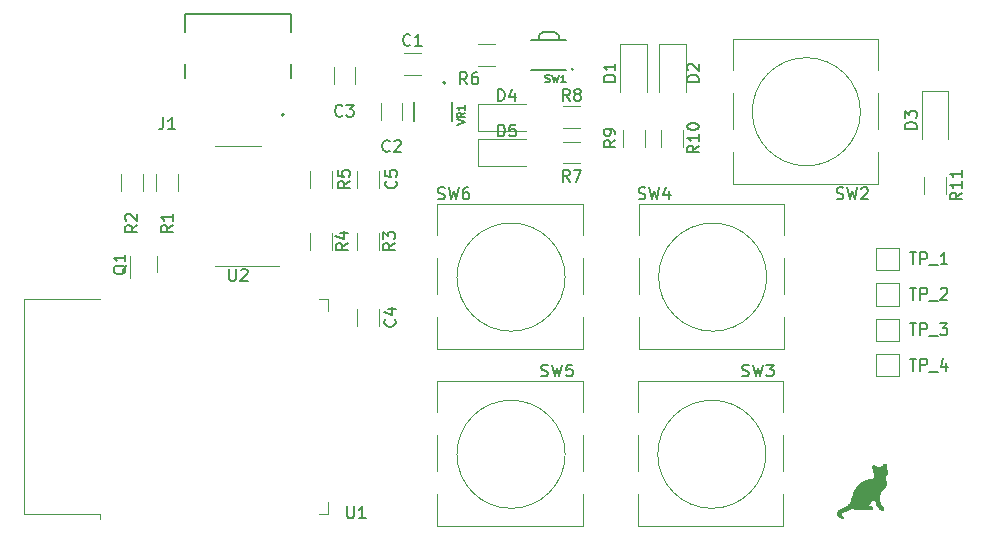
<source format=gto>
G04 #@! TF.GenerationSoftware,KiCad,Pcbnew,(6.0.7)*
G04 #@! TF.CreationDate,2022-09-05T13:32:46-07:00*
G04 #@! TF.ProjectId,ElGato32,456c4761-746f-4333-922e-6b696361645f,rev?*
G04 #@! TF.SameCoordinates,Original*
G04 #@! TF.FileFunction,Legend,Top*
G04 #@! TF.FilePolarity,Positive*
%FSLAX46Y46*%
G04 Gerber Fmt 4.6, Leading zero omitted, Abs format (unit mm)*
G04 Created by KiCad (PCBNEW (6.0.7)) date 2022-09-05 13:32:46*
%MOMM*%
%LPD*%
G01*
G04 APERTURE LIST*
%ADD10C,0.010000*%
%ADD11C,0.150000*%
%ADD12C,0.120000*%
%ADD13C,0.127000*%
%ADD14C,0.200000*%
%ADD15R,1.500000X1.500000*%
%ADD16R,0.800000X1.700000*%
%ADD17O,3.048000X1.850000*%
%ADD18C,0.650000*%
%ADD19R,0.600000X1.150000*%
%ADD20R,0.300000X1.150000*%
%ADD21R,2.180000X2.000000*%
%ADD22R,0.400000X0.650000*%
%ADD23R,0.900000X2.000000*%
%ADD24R,2.000000X0.900000*%
%ADD25R,5.000000X5.000000*%
G04 APERTURE END LIST*
D10*
G36*
X146744469Y-126865236D02*
G01*
X146754697Y-126866654D01*
X146764272Y-126868791D01*
X146773220Y-126871620D01*
X146781563Y-126875115D01*
X146789327Y-126879250D01*
X146796535Y-126883998D01*
X146803211Y-126889333D01*
X146809381Y-126895227D01*
X146815067Y-126901656D01*
X146820295Y-126908592D01*
X146825087Y-126916009D01*
X146829470Y-126923881D01*
X146837099Y-126940883D01*
X146843377Y-126959386D01*
X146848497Y-126979179D01*
X146852651Y-127000051D01*
X146856033Y-127021790D01*
X146861257Y-127067025D01*
X146865716Y-127113193D01*
X146872465Y-127175557D01*
X146879775Y-127233470D01*
X146887650Y-127287947D01*
X146896098Y-127340004D01*
X146905124Y-127390657D01*
X146914736Y-127440920D01*
X146935737Y-127544344D01*
X146938998Y-127563142D01*
X146940806Y-127580729D01*
X146941250Y-127597195D01*
X146940417Y-127612629D01*
X146938397Y-127627119D01*
X146935278Y-127640755D01*
X146931149Y-127653625D01*
X146926097Y-127665820D01*
X146920212Y-127677427D01*
X146913582Y-127688535D01*
X146906295Y-127699235D01*
X146898440Y-127709615D01*
X146881381Y-127729770D01*
X146863111Y-127749714D01*
X146844339Y-127770158D01*
X146825773Y-127791815D01*
X146816788Y-127803321D01*
X146808120Y-127815397D01*
X146799858Y-127828133D01*
X146792090Y-127841617D01*
X146784904Y-127855939D01*
X146778389Y-127871187D01*
X146772634Y-127887451D01*
X146767727Y-127904819D01*
X146763756Y-127923381D01*
X146760810Y-127943226D01*
X146758977Y-127964443D01*
X146758347Y-127987120D01*
X146759168Y-128020884D01*
X146761488Y-128051612D01*
X146765092Y-128079863D01*
X146769768Y-128106199D01*
X146775300Y-128131178D01*
X146781474Y-128155361D01*
X146794893Y-128203578D01*
X146808313Y-128255331D01*
X146814487Y-128283933D01*
X146820019Y-128315098D01*
X146824694Y-128349388D01*
X146828299Y-128387361D01*
X146830619Y-128429578D01*
X146831440Y-128476599D01*
X146829864Y-128524290D01*
X146825270Y-128568415D01*
X146817860Y-128609293D01*
X146807835Y-128647242D01*
X146795396Y-128682580D01*
X146780744Y-128715625D01*
X146764080Y-128746696D01*
X146745605Y-128776111D01*
X146704029Y-128831246D01*
X146657624Y-128883576D01*
X146556768Y-128990005D01*
X146505536Y-129049196D01*
X146455912Y-129115767D01*
X146432207Y-129152615D01*
X146409508Y-129192264D01*
X146388016Y-129235030D01*
X146367932Y-129281232D01*
X146349457Y-129331189D01*
X146332793Y-129385218D01*
X146318141Y-129443638D01*
X146305701Y-129506768D01*
X146295676Y-129574925D01*
X146288266Y-129648428D01*
X146283673Y-129727595D01*
X146282097Y-129812745D01*
X146283472Y-129875014D01*
X146287458Y-129932953D01*
X146293847Y-129986770D01*
X146302430Y-130036676D01*
X146312998Y-130082882D01*
X146325343Y-130125596D01*
X146339256Y-130165029D01*
X146354528Y-130201392D01*
X146370951Y-130234894D01*
X146388316Y-130265746D01*
X146406414Y-130294157D01*
X146425037Y-130320337D01*
X146443976Y-130344498D01*
X146463022Y-130366848D01*
X146500603Y-130406958D01*
X146567872Y-130474699D01*
X146581829Y-130490260D01*
X146594223Y-130505691D01*
X146604847Y-130521203D01*
X146613492Y-130537006D01*
X146619949Y-130553309D01*
X146624010Y-130570323D01*
X146625466Y-130588258D01*
X146624108Y-130607324D01*
X146619728Y-130627731D01*
X146612117Y-130649689D01*
X146601066Y-130673409D01*
X146586367Y-130699099D01*
X146574173Y-130715137D01*
X146559962Y-130727456D01*
X146543892Y-130736212D01*
X146526121Y-130741557D01*
X146506807Y-130743646D01*
X146486107Y-130742631D01*
X146464179Y-130738667D01*
X146441180Y-130731906D01*
X146417268Y-130722504D01*
X146392601Y-130710612D01*
X146367336Y-130696386D01*
X146341631Y-130679978D01*
X146289530Y-130641231D01*
X146237561Y-130595602D01*
X146186983Y-130544319D01*
X146139058Y-130488610D01*
X146095046Y-130429705D01*
X146056209Y-130368833D01*
X146039125Y-130338043D01*
X146023808Y-130307222D01*
X146010415Y-130276523D01*
X145999103Y-130246101D01*
X145990031Y-130216108D01*
X145983355Y-130186699D01*
X145979234Y-130158027D01*
X145977826Y-130130245D01*
X145977438Y-130106936D01*
X145976293Y-130085049D01*
X145974420Y-130064538D01*
X145971847Y-130045359D01*
X145968603Y-130027467D01*
X145964716Y-130010818D01*
X145960214Y-129995366D01*
X145955127Y-129981068D01*
X145949482Y-129967878D01*
X145943309Y-129955752D01*
X145936636Y-129944645D01*
X145929491Y-129934512D01*
X145921902Y-129925309D01*
X145913899Y-129916991D01*
X145905510Y-129909514D01*
X145896763Y-129902833D01*
X145887686Y-129896902D01*
X145878310Y-129891678D01*
X145868661Y-129887115D01*
X145858768Y-129883170D01*
X145848660Y-129879797D01*
X145838366Y-129876952D01*
X145817332Y-129872665D01*
X145795893Y-129869954D01*
X145774278Y-129868459D01*
X145752715Y-129867825D01*
X145731433Y-129867692D01*
X145719237Y-129868868D01*
X145706498Y-129872316D01*
X145693263Y-129877919D01*
X145679584Y-129885556D01*
X145665510Y-129895111D01*
X145651093Y-129906463D01*
X145621425Y-129934089D01*
X145590982Y-129967486D01*
X145560165Y-130005704D01*
X145529375Y-130047796D01*
X145499014Y-130092813D01*
X145469482Y-130139807D01*
X145441180Y-130187829D01*
X145414510Y-130235930D01*
X145389873Y-130283163D01*
X145367669Y-130328578D01*
X145348301Y-130371228D01*
X145332170Y-130410164D01*
X145319675Y-130444438D01*
X145381795Y-130444963D01*
X145436494Y-130446664D01*
X145484241Y-130449729D01*
X145505656Y-130451831D01*
X145525509Y-130454345D01*
X145543860Y-130457293D01*
X145560768Y-130460700D01*
X145576292Y-130464588D01*
X145590490Y-130468982D01*
X145603422Y-130473904D01*
X145615146Y-130479379D01*
X145625721Y-130485429D01*
X145635206Y-130492078D01*
X145643660Y-130499350D01*
X145651142Y-130507268D01*
X145657710Y-130515855D01*
X145663424Y-130525135D01*
X145668343Y-130535132D01*
X145672525Y-130545869D01*
X145676029Y-130557369D01*
X145678914Y-130569657D01*
X145681240Y-130582754D01*
X145683064Y-130596685D01*
X145685445Y-130627144D01*
X145686528Y-130661219D01*
X145686784Y-130699099D01*
X144191889Y-130699099D01*
X144158748Y-130670066D01*
X144127673Y-130646081D01*
X144097669Y-130627105D01*
X144067746Y-130613098D01*
X144036910Y-130604021D01*
X144004170Y-130599834D01*
X143968535Y-130600497D01*
X143929010Y-130605971D01*
X143884605Y-130616215D01*
X143834327Y-130631189D01*
X143777185Y-130650855D01*
X143712185Y-130675173D01*
X143353774Y-130818162D01*
X143291716Y-130844228D01*
X143237086Y-130870022D01*
X143189515Y-130895523D01*
X143148629Y-130920709D01*
X143114060Y-130945561D01*
X143085435Y-130970056D01*
X143062385Y-130994175D01*
X143044538Y-131017896D01*
X143031523Y-131041199D01*
X143022970Y-131064061D01*
X143018507Y-131086463D01*
X143017764Y-131108384D01*
X143020371Y-131129802D01*
X143025955Y-131150697D01*
X143034146Y-131171048D01*
X143044574Y-131190834D01*
X143056867Y-131210033D01*
X143070654Y-131228626D01*
X143101230Y-131263906D01*
X143163999Y-131326263D01*
X143190258Y-131353005D01*
X143209144Y-131376565D01*
X143214895Y-131387101D01*
X143217690Y-131396778D01*
X143217159Y-131405576D01*
X143212930Y-131413474D01*
X143205725Y-131420170D01*
X143196603Y-131425396D01*
X143185707Y-131429188D01*
X143173177Y-131431579D01*
X143159153Y-131432605D01*
X143143776Y-131432299D01*
X143127187Y-131430696D01*
X143109526Y-131427830D01*
X143090933Y-131423736D01*
X143071551Y-131418447D01*
X143051518Y-131411998D01*
X143030976Y-131404425D01*
X143010065Y-131395760D01*
X142988926Y-131386038D01*
X142967700Y-131375294D01*
X142946527Y-131363562D01*
X142925548Y-131350876D01*
X142904903Y-131337271D01*
X142884733Y-131322781D01*
X142865179Y-131307441D01*
X142846381Y-131291284D01*
X142828480Y-131274346D01*
X142811617Y-131256660D01*
X142795931Y-131238260D01*
X142781564Y-131219182D01*
X142768657Y-131199460D01*
X142757350Y-131179127D01*
X142747783Y-131158219D01*
X142740097Y-131136769D01*
X142734433Y-131114813D01*
X142730932Y-131092383D01*
X142729733Y-131069516D01*
X142731335Y-131020326D01*
X142736070Y-130975626D01*
X142743836Y-130935095D01*
X142754528Y-130898412D01*
X142768044Y-130865257D01*
X142784279Y-130835307D01*
X142803130Y-130808242D01*
X142824493Y-130783741D01*
X142848264Y-130761484D01*
X142874341Y-130741148D01*
X142902619Y-130722413D01*
X142932995Y-130704957D01*
X142999625Y-130672602D01*
X143073403Y-130641515D01*
X143239086Y-130572868D01*
X143329334Y-130530172D01*
X143423413Y-130478471D01*
X143471631Y-130448441D01*
X143520496Y-130415196D01*
X143569904Y-130378415D01*
X143619752Y-130337778D01*
X143669937Y-130292964D01*
X143720354Y-130243651D01*
X143770900Y-130189518D01*
X143821472Y-130130245D01*
X143849682Y-130088306D01*
X143874653Y-130036844D01*
X143897264Y-129976641D01*
X143918396Y-129908481D01*
X144005743Y-129571891D01*
X144032687Y-129475667D01*
X144063434Y-129376176D01*
X144098865Y-129274200D01*
X144139861Y-129170520D01*
X144187301Y-129065920D01*
X144242067Y-128961181D01*
X144305039Y-128857084D01*
X144377097Y-128754412D01*
X144415997Y-128704981D01*
X144455755Y-128658329D01*
X144496298Y-128614366D01*
X144537552Y-128573001D01*
X144579447Y-128534147D01*
X144621908Y-128497712D01*
X144664863Y-128463608D01*
X144708240Y-128431744D01*
X144751965Y-128402031D01*
X144795967Y-128374380D01*
X144884508Y-128324903D01*
X144973282Y-128282596D01*
X145061706Y-128246742D01*
X145149201Y-128216625D01*
X145235184Y-128191526D01*
X145319074Y-128170730D01*
X145400290Y-128153518D01*
X145552374Y-128126982D01*
X145686784Y-128106182D01*
X145716308Y-128100358D01*
X145742943Y-128092855D01*
X145766801Y-128083741D01*
X145787993Y-128073086D01*
X145806631Y-128060960D01*
X145822828Y-128047432D01*
X145836694Y-128032572D01*
X145848342Y-128016449D01*
X145857882Y-127999134D01*
X145865428Y-127980695D01*
X145871091Y-127961201D01*
X145874983Y-127940724D01*
X145877214Y-127919331D01*
X145877898Y-127897093D01*
X145877146Y-127874078D01*
X145875069Y-127850358D01*
X145867390Y-127801076D01*
X145855754Y-127749802D01*
X145841056Y-127697094D01*
X145824191Y-127643507D01*
X145752930Y-127431495D01*
X145743322Y-127398495D01*
X145734431Y-127364264D01*
X145726394Y-127329213D01*
X145719346Y-127293756D01*
X145713422Y-127258304D01*
X145708757Y-127223270D01*
X145705488Y-127189066D01*
X145703749Y-127156106D01*
X145703676Y-127124801D01*
X145705405Y-127095563D01*
X145706988Y-127081849D01*
X145709071Y-127068807D01*
X145711673Y-127056487D01*
X145714810Y-127044943D01*
X145718499Y-127034224D01*
X145722756Y-127024384D01*
X145727600Y-127015473D01*
X145733046Y-127007543D01*
X145739112Y-127000646D01*
X145745815Y-126994832D01*
X145753171Y-126990155D01*
X145761198Y-126986664D01*
X145769952Y-126984472D01*
X145779327Y-126983643D01*
X145789309Y-126984089D01*
X145799886Y-126985722D01*
X145822765Y-126992193D01*
X145847858Y-127002348D01*
X145875055Y-127015479D01*
X145904248Y-127030876D01*
X145968187Y-127065639D01*
X146002717Y-127083587D01*
X146038810Y-127100968D01*
X146076356Y-127117074D01*
X146115247Y-127131196D01*
X146155375Y-127142627D01*
X146175869Y-127147111D01*
X146196632Y-127150657D01*
X146217649Y-127153176D01*
X146238908Y-127154578D01*
X146260395Y-127154777D01*
X146282097Y-127153682D01*
X146303437Y-127151206D01*
X146323795Y-127147386D01*
X146343219Y-127142315D01*
X146361759Y-127136085D01*
X146379463Y-127128787D01*
X146396382Y-127120514D01*
X146412564Y-127111357D01*
X146428059Y-127101410D01*
X146442917Y-127090764D01*
X146457185Y-127079510D01*
X146470915Y-127067742D01*
X146484154Y-127055550D01*
X146509360Y-127030267D01*
X146533198Y-127004396D01*
X146578345Y-126953840D01*
X146600444Y-126930626D01*
X146611547Y-126919858D01*
X146622751Y-126909771D01*
X146634107Y-126900458D01*
X146645662Y-126892011D01*
X146657467Y-126884521D01*
X146669571Y-126878081D01*
X146682023Y-126872784D01*
X146694872Y-126868720D01*
X146708168Y-126865982D01*
X146721960Y-126864663D01*
X146733565Y-126864564D01*
X146744469Y-126865236D01*
G37*
X146744469Y-126865236D02*
X146754697Y-126866654D01*
X146764272Y-126868791D01*
X146773220Y-126871620D01*
X146781563Y-126875115D01*
X146789327Y-126879250D01*
X146796535Y-126883998D01*
X146803211Y-126889333D01*
X146809381Y-126895227D01*
X146815067Y-126901656D01*
X146820295Y-126908592D01*
X146825087Y-126916009D01*
X146829470Y-126923881D01*
X146837099Y-126940883D01*
X146843377Y-126959386D01*
X146848497Y-126979179D01*
X146852651Y-127000051D01*
X146856033Y-127021790D01*
X146861257Y-127067025D01*
X146865716Y-127113193D01*
X146872465Y-127175557D01*
X146879775Y-127233470D01*
X146887650Y-127287947D01*
X146896098Y-127340004D01*
X146905124Y-127390657D01*
X146914736Y-127440920D01*
X146935737Y-127544344D01*
X146938998Y-127563142D01*
X146940806Y-127580729D01*
X146941250Y-127597195D01*
X146940417Y-127612629D01*
X146938397Y-127627119D01*
X146935278Y-127640755D01*
X146931149Y-127653625D01*
X146926097Y-127665820D01*
X146920212Y-127677427D01*
X146913582Y-127688535D01*
X146906295Y-127699235D01*
X146898440Y-127709615D01*
X146881381Y-127729770D01*
X146863111Y-127749714D01*
X146844339Y-127770158D01*
X146825773Y-127791815D01*
X146816788Y-127803321D01*
X146808120Y-127815397D01*
X146799858Y-127828133D01*
X146792090Y-127841617D01*
X146784904Y-127855939D01*
X146778389Y-127871187D01*
X146772634Y-127887451D01*
X146767727Y-127904819D01*
X146763756Y-127923381D01*
X146760810Y-127943226D01*
X146758977Y-127964443D01*
X146758347Y-127987120D01*
X146759168Y-128020884D01*
X146761488Y-128051612D01*
X146765092Y-128079863D01*
X146769768Y-128106199D01*
X146775300Y-128131178D01*
X146781474Y-128155361D01*
X146794893Y-128203578D01*
X146808313Y-128255331D01*
X146814487Y-128283933D01*
X146820019Y-128315098D01*
X146824694Y-128349388D01*
X146828299Y-128387361D01*
X146830619Y-128429578D01*
X146831440Y-128476599D01*
X146829864Y-128524290D01*
X146825270Y-128568415D01*
X146817860Y-128609293D01*
X146807835Y-128647242D01*
X146795396Y-128682580D01*
X146780744Y-128715625D01*
X146764080Y-128746696D01*
X146745605Y-128776111D01*
X146704029Y-128831246D01*
X146657624Y-128883576D01*
X146556768Y-128990005D01*
X146505536Y-129049196D01*
X146455912Y-129115767D01*
X146432207Y-129152615D01*
X146409508Y-129192264D01*
X146388016Y-129235030D01*
X146367932Y-129281232D01*
X146349457Y-129331189D01*
X146332793Y-129385218D01*
X146318141Y-129443638D01*
X146305701Y-129506768D01*
X146295676Y-129574925D01*
X146288266Y-129648428D01*
X146283673Y-129727595D01*
X146282097Y-129812745D01*
X146283472Y-129875014D01*
X146287458Y-129932953D01*
X146293847Y-129986770D01*
X146302430Y-130036676D01*
X146312998Y-130082882D01*
X146325343Y-130125596D01*
X146339256Y-130165029D01*
X146354528Y-130201392D01*
X146370951Y-130234894D01*
X146388316Y-130265746D01*
X146406414Y-130294157D01*
X146425037Y-130320337D01*
X146443976Y-130344498D01*
X146463022Y-130366848D01*
X146500603Y-130406958D01*
X146567872Y-130474699D01*
X146581829Y-130490260D01*
X146594223Y-130505691D01*
X146604847Y-130521203D01*
X146613492Y-130537006D01*
X146619949Y-130553309D01*
X146624010Y-130570323D01*
X146625466Y-130588258D01*
X146624108Y-130607324D01*
X146619728Y-130627731D01*
X146612117Y-130649689D01*
X146601066Y-130673409D01*
X146586367Y-130699099D01*
X146574173Y-130715137D01*
X146559962Y-130727456D01*
X146543892Y-130736212D01*
X146526121Y-130741557D01*
X146506807Y-130743646D01*
X146486107Y-130742631D01*
X146464179Y-130738667D01*
X146441180Y-130731906D01*
X146417268Y-130722504D01*
X146392601Y-130710612D01*
X146367336Y-130696386D01*
X146341631Y-130679978D01*
X146289530Y-130641231D01*
X146237561Y-130595602D01*
X146186983Y-130544319D01*
X146139058Y-130488610D01*
X146095046Y-130429705D01*
X146056209Y-130368833D01*
X146039125Y-130338043D01*
X146023808Y-130307222D01*
X146010415Y-130276523D01*
X145999103Y-130246101D01*
X145990031Y-130216108D01*
X145983355Y-130186699D01*
X145979234Y-130158027D01*
X145977826Y-130130245D01*
X145977438Y-130106936D01*
X145976293Y-130085049D01*
X145974420Y-130064538D01*
X145971847Y-130045359D01*
X145968603Y-130027467D01*
X145964716Y-130010818D01*
X145960214Y-129995366D01*
X145955127Y-129981068D01*
X145949482Y-129967878D01*
X145943309Y-129955752D01*
X145936636Y-129944645D01*
X145929491Y-129934512D01*
X145921902Y-129925309D01*
X145913899Y-129916991D01*
X145905510Y-129909514D01*
X145896763Y-129902833D01*
X145887686Y-129896902D01*
X145878310Y-129891678D01*
X145868661Y-129887115D01*
X145858768Y-129883170D01*
X145848660Y-129879797D01*
X145838366Y-129876952D01*
X145817332Y-129872665D01*
X145795893Y-129869954D01*
X145774278Y-129868459D01*
X145752715Y-129867825D01*
X145731433Y-129867692D01*
X145719237Y-129868868D01*
X145706498Y-129872316D01*
X145693263Y-129877919D01*
X145679584Y-129885556D01*
X145665510Y-129895111D01*
X145651093Y-129906463D01*
X145621425Y-129934089D01*
X145590982Y-129967486D01*
X145560165Y-130005704D01*
X145529375Y-130047796D01*
X145499014Y-130092813D01*
X145469482Y-130139807D01*
X145441180Y-130187829D01*
X145414510Y-130235930D01*
X145389873Y-130283163D01*
X145367669Y-130328578D01*
X145348301Y-130371228D01*
X145332170Y-130410164D01*
X145319675Y-130444438D01*
X145381795Y-130444963D01*
X145436494Y-130446664D01*
X145484241Y-130449729D01*
X145505656Y-130451831D01*
X145525509Y-130454345D01*
X145543860Y-130457293D01*
X145560768Y-130460700D01*
X145576292Y-130464588D01*
X145590490Y-130468982D01*
X145603422Y-130473904D01*
X145615146Y-130479379D01*
X145625721Y-130485429D01*
X145635206Y-130492078D01*
X145643660Y-130499350D01*
X145651142Y-130507268D01*
X145657710Y-130515855D01*
X145663424Y-130525135D01*
X145668343Y-130535132D01*
X145672525Y-130545869D01*
X145676029Y-130557369D01*
X145678914Y-130569657D01*
X145681240Y-130582754D01*
X145683064Y-130596685D01*
X145685445Y-130627144D01*
X145686528Y-130661219D01*
X145686784Y-130699099D01*
X144191889Y-130699099D01*
X144158748Y-130670066D01*
X144127673Y-130646081D01*
X144097669Y-130627105D01*
X144067746Y-130613098D01*
X144036910Y-130604021D01*
X144004170Y-130599834D01*
X143968535Y-130600497D01*
X143929010Y-130605971D01*
X143884605Y-130616215D01*
X143834327Y-130631189D01*
X143777185Y-130650855D01*
X143712185Y-130675173D01*
X143353774Y-130818162D01*
X143291716Y-130844228D01*
X143237086Y-130870022D01*
X143189515Y-130895523D01*
X143148629Y-130920709D01*
X143114060Y-130945561D01*
X143085435Y-130970056D01*
X143062385Y-130994175D01*
X143044538Y-131017896D01*
X143031523Y-131041199D01*
X143022970Y-131064061D01*
X143018507Y-131086463D01*
X143017764Y-131108384D01*
X143020371Y-131129802D01*
X143025955Y-131150697D01*
X143034146Y-131171048D01*
X143044574Y-131190834D01*
X143056867Y-131210033D01*
X143070654Y-131228626D01*
X143101230Y-131263906D01*
X143163999Y-131326263D01*
X143190258Y-131353005D01*
X143209144Y-131376565D01*
X143214895Y-131387101D01*
X143217690Y-131396778D01*
X143217159Y-131405576D01*
X143212930Y-131413474D01*
X143205725Y-131420170D01*
X143196603Y-131425396D01*
X143185707Y-131429188D01*
X143173177Y-131431579D01*
X143159153Y-131432605D01*
X143143776Y-131432299D01*
X143127187Y-131430696D01*
X143109526Y-131427830D01*
X143090933Y-131423736D01*
X143071551Y-131418447D01*
X143051518Y-131411998D01*
X143030976Y-131404425D01*
X143010065Y-131395760D01*
X142988926Y-131386038D01*
X142967700Y-131375294D01*
X142946527Y-131363562D01*
X142925548Y-131350876D01*
X142904903Y-131337271D01*
X142884733Y-131322781D01*
X142865179Y-131307441D01*
X142846381Y-131291284D01*
X142828480Y-131274346D01*
X142811617Y-131256660D01*
X142795931Y-131238260D01*
X142781564Y-131219182D01*
X142768657Y-131199460D01*
X142757350Y-131179127D01*
X142747783Y-131158219D01*
X142740097Y-131136769D01*
X142734433Y-131114813D01*
X142730932Y-131092383D01*
X142729733Y-131069516D01*
X142731335Y-131020326D01*
X142736070Y-130975626D01*
X142743836Y-130935095D01*
X142754528Y-130898412D01*
X142768044Y-130865257D01*
X142784279Y-130835307D01*
X142803130Y-130808242D01*
X142824493Y-130783741D01*
X142848264Y-130761484D01*
X142874341Y-130741148D01*
X142902619Y-130722413D01*
X142932995Y-130704957D01*
X142999625Y-130672602D01*
X143073403Y-130641515D01*
X143239086Y-130572868D01*
X143329334Y-130530172D01*
X143423413Y-130478471D01*
X143471631Y-130448441D01*
X143520496Y-130415196D01*
X143569904Y-130378415D01*
X143619752Y-130337778D01*
X143669937Y-130292964D01*
X143720354Y-130243651D01*
X143770900Y-130189518D01*
X143821472Y-130130245D01*
X143849682Y-130088306D01*
X143874653Y-130036844D01*
X143897264Y-129976641D01*
X143918396Y-129908481D01*
X144005743Y-129571891D01*
X144032687Y-129475667D01*
X144063434Y-129376176D01*
X144098865Y-129274200D01*
X144139861Y-129170520D01*
X144187301Y-129065920D01*
X144242067Y-128961181D01*
X144305039Y-128857084D01*
X144377097Y-128754412D01*
X144415997Y-128704981D01*
X144455755Y-128658329D01*
X144496298Y-128614366D01*
X144537552Y-128573001D01*
X144579447Y-128534147D01*
X144621908Y-128497712D01*
X144664863Y-128463608D01*
X144708240Y-128431744D01*
X144751965Y-128402031D01*
X144795967Y-128374380D01*
X144884508Y-128324903D01*
X144973282Y-128282596D01*
X145061706Y-128246742D01*
X145149201Y-128216625D01*
X145235184Y-128191526D01*
X145319074Y-128170730D01*
X145400290Y-128153518D01*
X145552374Y-128126982D01*
X145686784Y-128106182D01*
X145716308Y-128100358D01*
X145742943Y-128092855D01*
X145766801Y-128083741D01*
X145787993Y-128073086D01*
X145806631Y-128060960D01*
X145822828Y-128047432D01*
X145836694Y-128032572D01*
X145848342Y-128016449D01*
X145857882Y-127999134D01*
X145865428Y-127980695D01*
X145871091Y-127961201D01*
X145874983Y-127940724D01*
X145877214Y-127919331D01*
X145877898Y-127897093D01*
X145877146Y-127874078D01*
X145875069Y-127850358D01*
X145867390Y-127801076D01*
X145855754Y-127749802D01*
X145841056Y-127697094D01*
X145824191Y-127643507D01*
X145752930Y-127431495D01*
X145743322Y-127398495D01*
X145734431Y-127364264D01*
X145726394Y-127329213D01*
X145719346Y-127293756D01*
X145713422Y-127258304D01*
X145708757Y-127223270D01*
X145705488Y-127189066D01*
X145703749Y-127156106D01*
X145703676Y-127124801D01*
X145705405Y-127095563D01*
X145706988Y-127081849D01*
X145709071Y-127068807D01*
X145711673Y-127056487D01*
X145714810Y-127044943D01*
X145718499Y-127034224D01*
X145722756Y-127024384D01*
X145727600Y-127015473D01*
X145733046Y-127007543D01*
X145739112Y-127000646D01*
X145745815Y-126994832D01*
X145753171Y-126990155D01*
X145761198Y-126986664D01*
X145769952Y-126984472D01*
X145779327Y-126983643D01*
X145789309Y-126984089D01*
X145799886Y-126985722D01*
X145822765Y-126992193D01*
X145847858Y-127002348D01*
X145875055Y-127015479D01*
X145904248Y-127030876D01*
X145968187Y-127065639D01*
X146002717Y-127083587D01*
X146038810Y-127100968D01*
X146076356Y-127117074D01*
X146115247Y-127131196D01*
X146155375Y-127142627D01*
X146175869Y-127147111D01*
X146196632Y-127150657D01*
X146217649Y-127153176D01*
X146238908Y-127154578D01*
X146260395Y-127154777D01*
X146282097Y-127153682D01*
X146303437Y-127151206D01*
X146323795Y-127147386D01*
X146343219Y-127142315D01*
X146361759Y-127136085D01*
X146379463Y-127128787D01*
X146396382Y-127120514D01*
X146412564Y-127111357D01*
X146428059Y-127101410D01*
X146442917Y-127090764D01*
X146457185Y-127079510D01*
X146470915Y-127067742D01*
X146484154Y-127055550D01*
X146509360Y-127030267D01*
X146533198Y-127004396D01*
X146578345Y-126953840D01*
X146600444Y-126930626D01*
X146611547Y-126919858D01*
X146622751Y-126909771D01*
X146634107Y-126900458D01*
X146645662Y-126892011D01*
X146657467Y-126884521D01*
X146669571Y-126878081D01*
X146682023Y-126872784D01*
X146694872Y-126868720D01*
X146708168Y-126865982D01*
X146721960Y-126864663D01*
X146733565Y-126864564D01*
X146744469Y-126865236D01*
D11*
X148857142Y-114952380D02*
X149428571Y-114952380D01*
X149142857Y-115952380D02*
X149142857Y-114952380D01*
X149761904Y-115952380D02*
X149761904Y-114952380D01*
X150142857Y-114952380D01*
X150238095Y-115000000D01*
X150285714Y-115047619D01*
X150333333Y-115142857D01*
X150333333Y-115285714D01*
X150285714Y-115380952D01*
X150238095Y-115428571D01*
X150142857Y-115476190D01*
X149761904Y-115476190D01*
X150523809Y-116047619D02*
X151285714Y-116047619D01*
X151428571Y-114952380D02*
X152047619Y-114952380D01*
X151714285Y-115333333D01*
X151857142Y-115333333D01*
X151952380Y-115380952D01*
X152000000Y-115428571D01*
X152047619Y-115523809D01*
X152047619Y-115761904D01*
X152000000Y-115857142D01*
X151952380Y-115904761D01*
X151857142Y-115952380D01*
X151571428Y-115952380D01*
X151476190Y-115904761D01*
X151428571Y-115857142D01*
X110555923Y-98120095D02*
X111195923Y-97906761D01*
X110555923Y-97693428D01*
X111195923Y-97114380D02*
X110891161Y-97327714D01*
X111195923Y-97480095D02*
X110555923Y-97480095D01*
X110555923Y-97236285D01*
X110586400Y-97175333D01*
X110616876Y-97144857D01*
X110677828Y-97114380D01*
X110769257Y-97114380D01*
X110830209Y-97144857D01*
X110860685Y-97175333D01*
X110891161Y-97236285D01*
X110891161Y-97480095D01*
X111195923Y-96504857D02*
X111195923Y-96870571D01*
X111195923Y-96687714D02*
X110555923Y-96687714D01*
X110647352Y-96748666D01*
X110708304Y-96809619D01*
X110738780Y-96870571D01*
X104833333Y-100357142D02*
X104785714Y-100404761D01*
X104642857Y-100452380D01*
X104547619Y-100452380D01*
X104404761Y-100404761D01*
X104309523Y-100309523D01*
X104261904Y-100214285D01*
X104214285Y-100023809D01*
X104214285Y-99880952D01*
X104261904Y-99690476D01*
X104309523Y-99595238D01*
X104404761Y-99500000D01*
X104547619Y-99452380D01*
X104642857Y-99452380D01*
X104785714Y-99500000D01*
X104833333Y-99547619D01*
X105214285Y-99547619D02*
X105261904Y-99500000D01*
X105357142Y-99452380D01*
X105595238Y-99452380D01*
X105690476Y-99500000D01*
X105738095Y-99547619D01*
X105785714Y-99642857D01*
X105785714Y-99738095D01*
X105738095Y-99880952D01*
X105166666Y-100452380D01*
X105785714Y-100452380D01*
X153272380Y-103892857D02*
X152796190Y-104226190D01*
X153272380Y-104464285D02*
X152272380Y-104464285D01*
X152272380Y-104083333D01*
X152320000Y-103988095D01*
X152367619Y-103940476D01*
X152462857Y-103892857D01*
X152605714Y-103892857D01*
X152700952Y-103940476D01*
X152748571Y-103988095D01*
X152796190Y-104083333D01*
X152796190Y-104464285D01*
X153272380Y-102940476D02*
X153272380Y-103511904D01*
X153272380Y-103226190D02*
X152272380Y-103226190D01*
X152415238Y-103321428D01*
X152510476Y-103416666D01*
X152558095Y-103511904D01*
X153272380Y-101988095D02*
X153272380Y-102559523D01*
X153272380Y-102273809D02*
X152272380Y-102273809D01*
X152415238Y-102369047D01*
X152510476Y-102464285D01*
X152558095Y-102559523D01*
X149452380Y-98488095D02*
X148452380Y-98488095D01*
X148452380Y-98250000D01*
X148500000Y-98107142D01*
X148595238Y-98011904D01*
X148690476Y-97964285D01*
X148880952Y-97916666D01*
X149023809Y-97916666D01*
X149214285Y-97964285D01*
X149309523Y-98011904D01*
X149404761Y-98107142D01*
X149452380Y-98250000D01*
X149452380Y-98488095D01*
X148452380Y-97583333D02*
X148452380Y-96964285D01*
X148833333Y-97297619D01*
X148833333Y-97154761D01*
X148880952Y-97059523D01*
X148928571Y-97011904D01*
X149023809Y-96964285D01*
X149261904Y-96964285D01*
X149357142Y-97011904D01*
X149404761Y-97059523D01*
X149452380Y-97154761D01*
X149452380Y-97440476D01*
X149404761Y-97535714D01*
X149357142Y-97583333D01*
X118014290Y-94518463D02*
X118105840Y-94548979D01*
X118258423Y-94548979D01*
X118319457Y-94518463D01*
X118349973Y-94487946D01*
X118380490Y-94426912D01*
X118380490Y-94365879D01*
X118349973Y-94304846D01*
X118319457Y-94274329D01*
X118258423Y-94243812D01*
X118136356Y-94213295D01*
X118075323Y-94182779D01*
X118044806Y-94152262D01*
X118014290Y-94091229D01*
X118014290Y-94030195D01*
X118044806Y-93969162D01*
X118075323Y-93938645D01*
X118136356Y-93908128D01*
X118288940Y-93908128D01*
X118380490Y-93938645D01*
X118594107Y-93908128D02*
X118746691Y-94548979D01*
X118868758Y-94091229D01*
X118990824Y-94548979D01*
X119143408Y-93908128D01*
X119723226Y-94548979D02*
X119357025Y-94548979D01*
X119540125Y-94548979D02*
X119540125Y-93908128D01*
X119479092Y-93999678D01*
X119418058Y-94060712D01*
X119357025Y-94091229D01*
X125916666Y-104404761D02*
X126059523Y-104452380D01*
X126297619Y-104452380D01*
X126392857Y-104404761D01*
X126440476Y-104357142D01*
X126488095Y-104261904D01*
X126488095Y-104166666D01*
X126440476Y-104071428D01*
X126392857Y-104023809D01*
X126297619Y-103976190D01*
X126107142Y-103928571D01*
X126011904Y-103880952D01*
X125964285Y-103833333D01*
X125916666Y-103738095D01*
X125916666Y-103642857D01*
X125964285Y-103547619D01*
X126011904Y-103500000D01*
X126107142Y-103452380D01*
X126345238Y-103452380D01*
X126488095Y-103500000D01*
X126821428Y-103452380D02*
X127059523Y-104452380D01*
X127250000Y-103738095D01*
X127440476Y-104452380D01*
X127678571Y-103452380D01*
X128488095Y-103785714D02*
X128488095Y-104452380D01*
X128250000Y-103404761D02*
X128011904Y-104119047D01*
X128630952Y-104119047D01*
X86452380Y-106641666D02*
X85976190Y-106975000D01*
X86452380Y-107213095D02*
X85452380Y-107213095D01*
X85452380Y-106832142D01*
X85500000Y-106736904D01*
X85547619Y-106689285D01*
X85642857Y-106641666D01*
X85785714Y-106641666D01*
X85880952Y-106689285D01*
X85928571Y-106736904D01*
X85976190Y-106832142D01*
X85976190Y-107213095D01*
X86452380Y-105689285D02*
X86452380Y-106260714D01*
X86452380Y-105975000D02*
X85452380Y-105975000D01*
X85595238Y-106070238D01*
X85690476Y-106165476D01*
X85738095Y-106260714D01*
X101452380Y-102916666D02*
X100976190Y-103250000D01*
X101452380Y-103488095D02*
X100452380Y-103488095D01*
X100452380Y-103107142D01*
X100500000Y-103011904D01*
X100547619Y-102964285D01*
X100642857Y-102916666D01*
X100785714Y-102916666D01*
X100880952Y-102964285D01*
X100928571Y-103011904D01*
X100976190Y-103107142D01*
X100976190Y-103488095D01*
X100452380Y-102011904D02*
X100452380Y-102488095D01*
X100928571Y-102535714D01*
X100880952Y-102488095D01*
X100833333Y-102392857D01*
X100833333Y-102154761D01*
X100880952Y-102059523D01*
X100928571Y-102011904D01*
X101023809Y-101964285D01*
X101261904Y-101964285D01*
X101357142Y-102011904D01*
X101404761Y-102059523D01*
X101452380Y-102154761D01*
X101452380Y-102392857D01*
X101404761Y-102488095D01*
X101357142Y-102535714D01*
X85666666Y-97514880D02*
X85666666Y-98229166D01*
X85619047Y-98372023D01*
X85523809Y-98467261D01*
X85380952Y-98514880D01*
X85285714Y-98514880D01*
X86666666Y-98514880D02*
X86095238Y-98514880D01*
X86380952Y-98514880D02*
X86380952Y-97514880D01*
X86285714Y-97657738D01*
X86190476Y-97752976D01*
X86095238Y-97800595D01*
X106583333Y-91357142D02*
X106535714Y-91404761D01*
X106392857Y-91452380D01*
X106297619Y-91452380D01*
X106154761Y-91404761D01*
X106059523Y-91309523D01*
X106011904Y-91214285D01*
X105964285Y-91023809D01*
X105964285Y-90880952D01*
X106011904Y-90690476D01*
X106059523Y-90595238D01*
X106154761Y-90500000D01*
X106297619Y-90452380D01*
X106392857Y-90452380D01*
X106535714Y-90500000D01*
X106583333Y-90547619D01*
X107535714Y-91452380D02*
X106964285Y-91452380D01*
X107250000Y-91452380D02*
X107250000Y-90452380D01*
X107154761Y-90595238D01*
X107059523Y-90690476D01*
X106964285Y-90738095D01*
X117666666Y-119404761D02*
X117809523Y-119452380D01*
X118047619Y-119452380D01*
X118142857Y-119404761D01*
X118190476Y-119357142D01*
X118238095Y-119261904D01*
X118238095Y-119166666D01*
X118190476Y-119071428D01*
X118142857Y-119023809D01*
X118047619Y-118976190D01*
X117857142Y-118928571D01*
X117761904Y-118880952D01*
X117714285Y-118833333D01*
X117666666Y-118738095D01*
X117666666Y-118642857D01*
X117714285Y-118547619D01*
X117761904Y-118500000D01*
X117857142Y-118452380D01*
X118095238Y-118452380D01*
X118238095Y-118500000D01*
X118571428Y-118452380D02*
X118809523Y-119452380D01*
X119000000Y-118738095D01*
X119190476Y-119452380D01*
X119428571Y-118452380D01*
X120285714Y-118452380D02*
X119809523Y-118452380D01*
X119761904Y-118928571D01*
X119809523Y-118880952D01*
X119904761Y-118833333D01*
X120142857Y-118833333D01*
X120238095Y-118880952D01*
X120285714Y-118928571D01*
X120333333Y-119023809D01*
X120333333Y-119261904D01*
X120285714Y-119357142D01*
X120238095Y-119404761D01*
X120142857Y-119452380D01*
X119904761Y-119452380D01*
X119809523Y-119404761D01*
X119761904Y-119357142D01*
X91238095Y-110352380D02*
X91238095Y-111161904D01*
X91285714Y-111257142D01*
X91333333Y-111304761D01*
X91428571Y-111352380D01*
X91619047Y-111352380D01*
X91714285Y-111304761D01*
X91761904Y-111257142D01*
X91809523Y-111161904D01*
X91809523Y-110352380D01*
X92238095Y-110447619D02*
X92285714Y-110400000D01*
X92380952Y-110352380D01*
X92619047Y-110352380D01*
X92714285Y-110400000D01*
X92761904Y-110447619D01*
X92809523Y-110542857D01*
X92809523Y-110638095D01*
X92761904Y-110780952D01*
X92190476Y-111352380D01*
X92809523Y-111352380D01*
X111383333Y-94702380D02*
X111050000Y-94226190D01*
X110811904Y-94702380D02*
X110811904Y-93702380D01*
X111192857Y-93702380D01*
X111288095Y-93750000D01*
X111335714Y-93797619D01*
X111383333Y-93892857D01*
X111383333Y-94035714D01*
X111335714Y-94130952D01*
X111288095Y-94178571D01*
X111192857Y-94226190D01*
X110811904Y-94226190D01*
X112240476Y-93702380D02*
X112050000Y-93702380D01*
X111954761Y-93750000D01*
X111907142Y-93797619D01*
X111811904Y-93940476D01*
X111764285Y-94130952D01*
X111764285Y-94511904D01*
X111811904Y-94607142D01*
X111859523Y-94654761D01*
X111954761Y-94702380D01*
X112145238Y-94702380D01*
X112240476Y-94654761D01*
X112288095Y-94607142D01*
X112335714Y-94511904D01*
X112335714Y-94273809D01*
X112288095Y-94178571D01*
X112240476Y-94130952D01*
X112145238Y-94083333D01*
X111954761Y-94083333D01*
X111859523Y-94130952D01*
X111811904Y-94178571D01*
X111764285Y-94273809D01*
X134666666Y-119404761D02*
X134809523Y-119452380D01*
X135047619Y-119452380D01*
X135142857Y-119404761D01*
X135190476Y-119357142D01*
X135238095Y-119261904D01*
X135238095Y-119166666D01*
X135190476Y-119071428D01*
X135142857Y-119023809D01*
X135047619Y-118976190D01*
X134857142Y-118928571D01*
X134761904Y-118880952D01*
X134714285Y-118833333D01*
X134666666Y-118738095D01*
X134666666Y-118642857D01*
X134714285Y-118547619D01*
X134761904Y-118500000D01*
X134857142Y-118452380D01*
X135095238Y-118452380D01*
X135238095Y-118500000D01*
X135571428Y-118452380D02*
X135809523Y-119452380D01*
X136000000Y-118738095D01*
X136190476Y-119452380D01*
X136428571Y-118452380D01*
X136714285Y-118452380D02*
X137333333Y-118452380D01*
X137000000Y-118833333D01*
X137142857Y-118833333D01*
X137238095Y-118880952D01*
X137285714Y-118928571D01*
X137333333Y-119023809D01*
X137333333Y-119261904D01*
X137285714Y-119357142D01*
X137238095Y-119404761D01*
X137142857Y-119452380D01*
X136857142Y-119452380D01*
X136761904Y-119404761D01*
X136714285Y-119357142D01*
X108916666Y-104404761D02*
X109059523Y-104452380D01*
X109297619Y-104452380D01*
X109392857Y-104404761D01*
X109440476Y-104357142D01*
X109488095Y-104261904D01*
X109488095Y-104166666D01*
X109440476Y-104071428D01*
X109392857Y-104023809D01*
X109297619Y-103976190D01*
X109107142Y-103928571D01*
X109011904Y-103880952D01*
X108964285Y-103833333D01*
X108916666Y-103738095D01*
X108916666Y-103642857D01*
X108964285Y-103547619D01*
X109011904Y-103500000D01*
X109107142Y-103452380D01*
X109345238Y-103452380D01*
X109488095Y-103500000D01*
X109821428Y-103452380D02*
X110059523Y-104452380D01*
X110250000Y-103738095D01*
X110440476Y-104452380D01*
X110678571Y-103452380D01*
X111488095Y-103452380D02*
X111297619Y-103452380D01*
X111202380Y-103500000D01*
X111154761Y-103547619D01*
X111059523Y-103690476D01*
X111011904Y-103880952D01*
X111011904Y-104261904D01*
X111059523Y-104357142D01*
X111107142Y-104404761D01*
X111202380Y-104452380D01*
X111392857Y-104452380D01*
X111488095Y-104404761D01*
X111535714Y-104357142D01*
X111583333Y-104261904D01*
X111583333Y-104023809D01*
X111535714Y-103928571D01*
X111488095Y-103880952D01*
X111392857Y-103833333D01*
X111202380Y-103833333D01*
X111107142Y-103880952D01*
X111059523Y-103928571D01*
X111011904Y-104023809D01*
X148857142Y-117952380D02*
X149428571Y-117952380D01*
X149142857Y-118952380D02*
X149142857Y-117952380D01*
X149761904Y-118952380D02*
X149761904Y-117952380D01*
X150142857Y-117952380D01*
X150238095Y-118000000D01*
X150285714Y-118047619D01*
X150333333Y-118142857D01*
X150333333Y-118285714D01*
X150285714Y-118380952D01*
X150238095Y-118428571D01*
X150142857Y-118476190D01*
X149761904Y-118476190D01*
X150523809Y-119047619D02*
X151285714Y-119047619D01*
X151952380Y-118285714D02*
X151952380Y-118952380D01*
X151714285Y-117904761D02*
X151476190Y-118619047D01*
X152095238Y-118619047D01*
X82547619Y-110045238D02*
X82500000Y-110140476D01*
X82404761Y-110235714D01*
X82261904Y-110378571D01*
X82214285Y-110473809D01*
X82214285Y-110569047D01*
X82452380Y-110521428D02*
X82404761Y-110616666D01*
X82309523Y-110711904D01*
X82119047Y-110759523D01*
X81785714Y-110759523D01*
X81595238Y-110711904D01*
X81500000Y-110616666D01*
X81452380Y-110521428D01*
X81452380Y-110330952D01*
X81500000Y-110235714D01*
X81595238Y-110140476D01*
X81785714Y-110092857D01*
X82119047Y-110092857D01*
X82309523Y-110140476D01*
X82404761Y-110235714D01*
X82452380Y-110330952D01*
X82452380Y-110521428D01*
X82452380Y-109140476D02*
X82452380Y-109711904D01*
X82452380Y-109426190D02*
X81452380Y-109426190D01*
X81595238Y-109521428D01*
X81690476Y-109616666D01*
X81738095Y-109711904D01*
X131022380Y-99917857D02*
X130546190Y-100251190D01*
X131022380Y-100489285D02*
X130022380Y-100489285D01*
X130022380Y-100108333D01*
X130070000Y-100013095D01*
X130117619Y-99965476D01*
X130212857Y-99917857D01*
X130355714Y-99917857D01*
X130450952Y-99965476D01*
X130498571Y-100013095D01*
X130546190Y-100108333D01*
X130546190Y-100489285D01*
X131022380Y-98965476D02*
X131022380Y-99536904D01*
X131022380Y-99251190D02*
X130022380Y-99251190D01*
X130165238Y-99346428D01*
X130260476Y-99441666D01*
X130308095Y-99536904D01*
X130022380Y-98346428D02*
X130022380Y-98251190D01*
X130070000Y-98155952D01*
X130117619Y-98108333D01*
X130212857Y-98060714D01*
X130403333Y-98013095D01*
X130641428Y-98013095D01*
X130831904Y-98060714D01*
X130927142Y-98108333D01*
X130974761Y-98155952D01*
X131022380Y-98251190D01*
X131022380Y-98346428D01*
X130974761Y-98441666D01*
X130927142Y-98489285D01*
X130831904Y-98536904D01*
X130641428Y-98584523D01*
X130403333Y-98584523D01*
X130212857Y-98536904D01*
X130117619Y-98489285D01*
X130070000Y-98441666D01*
X130022380Y-98346428D01*
X105357142Y-102916666D02*
X105404761Y-102964285D01*
X105452380Y-103107142D01*
X105452380Y-103202380D01*
X105404761Y-103345238D01*
X105309523Y-103440476D01*
X105214285Y-103488095D01*
X105023809Y-103535714D01*
X104880952Y-103535714D01*
X104690476Y-103488095D01*
X104595238Y-103440476D01*
X104500000Y-103345238D01*
X104452380Y-103202380D01*
X104452380Y-103107142D01*
X104500000Y-102964285D01*
X104547619Y-102916666D01*
X104452380Y-102011904D02*
X104452380Y-102488095D01*
X104928571Y-102535714D01*
X104880952Y-102488095D01*
X104833333Y-102392857D01*
X104833333Y-102154761D01*
X104880952Y-102059523D01*
X104928571Y-102011904D01*
X105023809Y-101964285D01*
X105261904Y-101964285D01*
X105357142Y-102011904D01*
X105404761Y-102059523D01*
X105452380Y-102154761D01*
X105452380Y-102392857D01*
X105404761Y-102488095D01*
X105357142Y-102535714D01*
X101238095Y-130452380D02*
X101238095Y-131261904D01*
X101285714Y-131357142D01*
X101333333Y-131404761D01*
X101428571Y-131452380D01*
X101619047Y-131452380D01*
X101714285Y-131404761D01*
X101761904Y-131357142D01*
X101809523Y-131261904D01*
X101809523Y-130452380D01*
X102809523Y-131452380D02*
X102238095Y-131452380D01*
X102523809Y-131452380D02*
X102523809Y-130452380D01*
X102428571Y-130595238D01*
X102333333Y-130690476D01*
X102238095Y-130738095D01*
X123952380Y-94488095D02*
X122952380Y-94488095D01*
X122952380Y-94250000D01*
X123000000Y-94107142D01*
X123095238Y-94011904D01*
X123190476Y-93964285D01*
X123380952Y-93916666D01*
X123523809Y-93916666D01*
X123714285Y-93964285D01*
X123809523Y-94011904D01*
X123904761Y-94107142D01*
X123952380Y-94250000D01*
X123952380Y-94488095D01*
X123952380Y-92964285D02*
X123952380Y-93535714D01*
X123952380Y-93250000D02*
X122952380Y-93250000D01*
X123095238Y-93345238D01*
X123190476Y-93440476D01*
X123238095Y-93535714D01*
X123952380Y-99441666D02*
X123476190Y-99775000D01*
X123952380Y-100013095D02*
X122952380Y-100013095D01*
X122952380Y-99632142D01*
X123000000Y-99536904D01*
X123047619Y-99489285D01*
X123142857Y-99441666D01*
X123285714Y-99441666D01*
X123380952Y-99489285D01*
X123428571Y-99536904D01*
X123476190Y-99632142D01*
X123476190Y-100013095D01*
X123952380Y-98965476D02*
X123952380Y-98775000D01*
X123904761Y-98679761D01*
X123857142Y-98632142D01*
X123714285Y-98536904D01*
X123523809Y-98489285D01*
X123142857Y-98489285D01*
X123047619Y-98536904D01*
X123000000Y-98584523D01*
X122952380Y-98679761D01*
X122952380Y-98870238D01*
X123000000Y-98965476D01*
X123047619Y-99013095D01*
X123142857Y-99060714D01*
X123380952Y-99060714D01*
X123476190Y-99013095D01*
X123523809Y-98965476D01*
X123571428Y-98870238D01*
X123571428Y-98679761D01*
X123523809Y-98584523D01*
X123476190Y-98536904D01*
X123380952Y-98489285D01*
X114011904Y-99132380D02*
X114011904Y-98132380D01*
X114250000Y-98132380D01*
X114392857Y-98180000D01*
X114488095Y-98275238D01*
X114535714Y-98370476D01*
X114583333Y-98560952D01*
X114583333Y-98703809D01*
X114535714Y-98894285D01*
X114488095Y-98989523D01*
X114392857Y-99084761D01*
X114250000Y-99132380D01*
X114011904Y-99132380D01*
X115488095Y-98132380D02*
X115011904Y-98132380D01*
X114964285Y-98608571D01*
X115011904Y-98560952D01*
X115107142Y-98513333D01*
X115345238Y-98513333D01*
X115440476Y-98560952D01*
X115488095Y-98608571D01*
X115535714Y-98703809D01*
X115535714Y-98941904D01*
X115488095Y-99037142D01*
X115440476Y-99084761D01*
X115345238Y-99132380D01*
X115107142Y-99132380D01*
X115011904Y-99084761D01*
X114964285Y-99037142D01*
X100833333Y-97357142D02*
X100785714Y-97404761D01*
X100642857Y-97452380D01*
X100547619Y-97452380D01*
X100404761Y-97404761D01*
X100309523Y-97309523D01*
X100261904Y-97214285D01*
X100214285Y-97023809D01*
X100214285Y-96880952D01*
X100261904Y-96690476D01*
X100309523Y-96595238D01*
X100404761Y-96500000D01*
X100547619Y-96452380D01*
X100642857Y-96452380D01*
X100785714Y-96500000D01*
X100833333Y-96547619D01*
X101166666Y-96452380D02*
X101785714Y-96452380D01*
X101452380Y-96833333D01*
X101595238Y-96833333D01*
X101690476Y-96880952D01*
X101738095Y-96928571D01*
X101785714Y-97023809D01*
X101785714Y-97261904D01*
X101738095Y-97357142D01*
X101690476Y-97404761D01*
X101595238Y-97452380D01*
X101309523Y-97452380D01*
X101214285Y-97404761D01*
X101166666Y-97357142D01*
X83452380Y-106641666D02*
X82976190Y-106975000D01*
X83452380Y-107213095D02*
X82452380Y-107213095D01*
X82452380Y-106832142D01*
X82500000Y-106736904D01*
X82547619Y-106689285D01*
X82642857Y-106641666D01*
X82785714Y-106641666D01*
X82880952Y-106689285D01*
X82928571Y-106736904D01*
X82976190Y-106832142D01*
X82976190Y-107213095D01*
X82547619Y-106260714D02*
X82500000Y-106213095D01*
X82452380Y-106117857D01*
X82452380Y-105879761D01*
X82500000Y-105784523D01*
X82547619Y-105736904D01*
X82642857Y-105689285D01*
X82738095Y-105689285D01*
X82880952Y-105736904D01*
X83452380Y-106308333D01*
X83452380Y-105689285D01*
X131022380Y-94488095D02*
X130022380Y-94488095D01*
X130022380Y-94250000D01*
X130070000Y-94107142D01*
X130165238Y-94011904D01*
X130260476Y-93964285D01*
X130450952Y-93916666D01*
X130593809Y-93916666D01*
X130784285Y-93964285D01*
X130879523Y-94011904D01*
X130974761Y-94107142D01*
X131022380Y-94250000D01*
X131022380Y-94488095D01*
X130117619Y-93535714D02*
X130070000Y-93488095D01*
X130022380Y-93392857D01*
X130022380Y-93154761D01*
X130070000Y-93059523D01*
X130117619Y-93011904D01*
X130212857Y-92964285D01*
X130308095Y-92964285D01*
X130450952Y-93011904D01*
X131022380Y-93583333D01*
X131022380Y-92964285D01*
X148857142Y-111952380D02*
X149428571Y-111952380D01*
X149142857Y-112952380D02*
X149142857Y-111952380D01*
X149761904Y-112952380D02*
X149761904Y-111952380D01*
X150142857Y-111952380D01*
X150238095Y-112000000D01*
X150285714Y-112047619D01*
X150333333Y-112142857D01*
X150333333Y-112285714D01*
X150285714Y-112380952D01*
X150238095Y-112428571D01*
X150142857Y-112476190D01*
X149761904Y-112476190D01*
X150523809Y-113047619D02*
X151285714Y-113047619D01*
X151476190Y-112047619D02*
X151523809Y-112000000D01*
X151619047Y-111952380D01*
X151857142Y-111952380D01*
X151952380Y-112000000D01*
X152000000Y-112047619D01*
X152047619Y-112142857D01*
X152047619Y-112238095D01*
X152000000Y-112380952D01*
X151428571Y-112952380D01*
X152047619Y-112952380D01*
X148857142Y-108952380D02*
X149428571Y-108952380D01*
X149142857Y-109952380D02*
X149142857Y-108952380D01*
X149761904Y-109952380D02*
X149761904Y-108952380D01*
X150142857Y-108952380D01*
X150238095Y-109000000D01*
X150285714Y-109047619D01*
X150333333Y-109142857D01*
X150333333Y-109285714D01*
X150285714Y-109380952D01*
X150238095Y-109428571D01*
X150142857Y-109476190D01*
X149761904Y-109476190D01*
X150523809Y-110047619D02*
X151285714Y-110047619D01*
X152047619Y-109952380D02*
X151476190Y-109952380D01*
X151761904Y-109952380D02*
X151761904Y-108952380D01*
X151666666Y-109095238D01*
X151571428Y-109190476D01*
X151476190Y-109238095D01*
X120070833Y-102952380D02*
X119737500Y-102476190D01*
X119499404Y-102952380D02*
X119499404Y-101952380D01*
X119880357Y-101952380D01*
X119975595Y-102000000D01*
X120023214Y-102047619D01*
X120070833Y-102142857D01*
X120070833Y-102285714D01*
X120023214Y-102380952D01*
X119975595Y-102428571D01*
X119880357Y-102476190D01*
X119499404Y-102476190D01*
X120404166Y-101952380D02*
X121070833Y-101952380D01*
X120642261Y-102952380D01*
X101272380Y-108166666D02*
X100796190Y-108500000D01*
X101272380Y-108738095D02*
X100272380Y-108738095D01*
X100272380Y-108357142D01*
X100320000Y-108261904D01*
X100367619Y-108214285D01*
X100462857Y-108166666D01*
X100605714Y-108166666D01*
X100700952Y-108214285D01*
X100748571Y-108261904D01*
X100796190Y-108357142D01*
X100796190Y-108738095D01*
X100605714Y-107309523D02*
X101272380Y-107309523D01*
X100224761Y-107547619D02*
X100939047Y-107785714D01*
X100939047Y-107166666D01*
X142666666Y-104404761D02*
X142809523Y-104452380D01*
X143047619Y-104452380D01*
X143142857Y-104404761D01*
X143190476Y-104357142D01*
X143238095Y-104261904D01*
X143238095Y-104166666D01*
X143190476Y-104071428D01*
X143142857Y-104023809D01*
X143047619Y-103976190D01*
X142857142Y-103928571D01*
X142761904Y-103880952D01*
X142714285Y-103833333D01*
X142666666Y-103738095D01*
X142666666Y-103642857D01*
X142714285Y-103547619D01*
X142761904Y-103500000D01*
X142857142Y-103452380D01*
X143095238Y-103452380D01*
X143238095Y-103500000D01*
X143571428Y-103452380D02*
X143809523Y-104452380D01*
X144000000Y-103738095D01*
X144190476Y-104452380D01*
X144428571Y-103452380D01*
X144761904Y-103547619D02*
X144809523Y-103500000D01*
X144904761Y-103452380D01*
X145142857Y-103452380D01*
X145238095Y-103500000D01*
X145285714Y-103547619D01*
X145333333Y-103642857D01*
X145333333Y-103738095D01*
X145285714Y-103880952D01*
X144714285Y-104452380D01*
X145333333Y-104452380D01*
X105272380Y-108166666D02*
X104796190Y-108500000D01*
X105272380Y-108738095D02*
X104272380Y-108738095D01*
X104272380Y-108357142D01*
X104320000Y-108261904D01*
X104367619Y-108214285D01*
X104462857Y-108166666D01*
X104605714Y-108166666D01*
X104700952Y-108214285D01*
X104748571Y-108261904D01*
X104796190Y-108357142D01*
X104796190Y-108738095D01*
X104272380Y-107833333D02*
X104272380Y-107214285D01*
X104653333Y-107547619D01*
X104653333Y-107404761D01*
X104700952Y-107309523D01*
X104748571Y-107261904D01*
X104843809Y-107214285D01*
X105081904Y-107214285D01*
X105177142Y-107261904D01*
X105224761Y-107309523D01*
X105272380Y-107404761D01*
X105272380Y-107690476D01*
X105224761Y-107785714D01*
X105177142Y-107833333D01*
X105271308Y-114610401D02*
X105318927Y-114658020D01*
X105366546Y-114800877D01*
X105366546Y-114896115D01*
X105318927Y-115038973D01*
X105223689Y-115134211D01*
X105128451Y-115181830D01*
X104937975Y-115229449D01*
X104795118Y-115229449D01*
X104604642Y-115181830D01*
X104509404Y-115134211D01*
X104414166Y-115038973D01*
X104366546Y-114896115D01*
X104366546Y-114800877D01*
X104414166Y-114658020D01*
X104461785Y-114610401D01*
X104699880Y-113753258D02*
X105366546Y-113753258D01*
X104318927Y-113991354D02*
X105033213Y-114229449D01*
X105033213Y-113610401D01*
X120070833Y-96132380D02*
X119737500Y-95656190D01*
X119499404Y-96132380D02*
X119499404Y-95132380D01*
X119880357Y-95132380D01*
X119975595Y-95180000D01*
X120023214Y-95227619D01*
X120070833Y-95322857D01*
X120070833Y-95465714D01*
X120023214Y-95560952D01*
X119975595Y-95608571D01*
X119880357Y-95656190D01*
X119499404Y-95656190D01*
X120642261Y-95560952D02*
X120547023Y-95513333D01*
X120499404Y-95465714D01*
X120451785Y-95370476D01*
X120451785Y-95322857D01*
X120499404Y-95227619D01*
X120547023Y-95180000D01*
X120642261Y-95132380D01*
X120832738Y-95132380D01*
X120927976Y-95180000D01*
X120975595Y-95227619D01*
X121023214Y-95322857D01*
X121023214Y-95370476D01*
X120975595Y-95465714D01*
X120927976Y-95513333D01*
X120832738Y-95560952D01*
X120642261Y-95560952D01*
X120547023Y-95608571D01*
X120499404Y-95656190D01*
X120451785Y-95751428D01*
X120451785Y-95941904D01*
X120499404Y-96037142D01*
X120547023Y-96084761D01*
X120642261Y-96132380D01*
X120832738Y-96132380D01*
X120927976Y-96084761D01*
X120975595Y-96037142D01*
X121023214Y-95941904D01*
X121023214Y-95751428D01*
X120975595Y-95656190D01*
X120927976Y-95608571D01*
X120832738Y-95560952D01*
X113999404Y-96132380D02*
X113999404Y-95132380D01*
X114237500Y-95132380D01*
X114380357Y-95180000D01*
X114475595Y-95275238D01*
X114523214Y-95370476D01*
X114570833Y-95560952D01*
X114570833Y-95703809D01*
X114523214Y-95894285D01*
X114475595Y-95989523D01*
X114380357Y-96084761D01*
X114237500Y-96132380D01*
X113999404Y-96132380D01*
X115427976Y-95465714D02*
X115427976Y-96132380D01*
X115189880Y-95084761D02*
X114951785Y-95799047D01*
X115570833Y-95799047D01*
D12*
X147950000Y-116450000D02*
X146050000Y-116450000D01*
X147950000Y-114550000D02*
X147950000Y-116450000D01*
X146050000Y-114550000D02*
X147950000Y-114550000D01*
X146050000Y-116450000D02*
X146050000Y-114550000D01*
D13*
X106930000Y-97800000D02*
X106930000Y-96200000D01*
X110070000Y-96200000D02*
X110070000Y-97800000D01*
D14*
X109550000Y-94600000D02*
G75*
G03*
X109550000Y-94600000I-100000J0D01*
G01*
D12*
X104090000Y-97711252D02*
X104090000Y-96288748D01*
X105910000Y-97711252D02*
X105910000Y-96288748D01*
X151910000Y-102522936D02*
X151910000Y-103977064D01*
X150090000Y-102522936D02*
X150090000Y-103977064D01*
X149865000Y-95290000D02*
X149865000Y-99350000D01*
X152135000Y-99350000D02*
X152135000Y-95290000D01*
X152135000Y-95290000D02*
X149865000Y-95290000D01*
D13*
X117450000Y-91000000D02*
X116800000Y-91000000D01*
X117850000Y-90300000D02*
X117450000Y-90550000D01*
X119150000Y-91000000D02*
X119150000Y-90550000D01*
X119800000Y-91000000D02*
X119150000Y-91000000D01*
X119150000Y-91000000D02*
X117450000Y-91000000D01*
X116800000Y-93500000D02*
X119800000Y-93500000D01*
X118750000Y-90300000D02*
X119150000Y-90550000D01*
X117850000Y-90300000D02*
X118750000Y-90300000D01*
X117450000Y-91000000D02*
X117450000Y-90550000D01*
X120363500Y-93450000D02*
G75*
G03*
X120363500Y-93450000I-63500J0D01*
G01*
D12*
X125930000Y-112570000D02*
X125930000Y-109430000D01*
X138230000Y-114430000D02*
X138230000Y-117150000D01*
X125930000Y-104850000D02*
X138230000Y-104850000D01*
X138230000Y-104850000D02*
X138230000Y-107570000D01*
X125930000Y-117150000D02*
X125930000Y-114430000D01*
X138230000Y-109430000D02*
X138230000Y-112570000D01*
X138230000Y-117150000D02*
X125930000Y-117150000D01*
X125930000Y-107570000D02*
X125930000Y-104850000D01*
X136759050Y-111040000D02*
G75*
G03*
X136759050Y-111040000I-4579050J0D01*
G01*
X85090000Y-103727064D02*
X85090000Y-102272936D01*
X86910000Y-103727064D02*
X86910000Y-102272936D01*
X99910000Y-103477064D02*
X99910000Y-102022936D01*
X98090000Y-103477064D02*
X98090000Y-102022936D01*
D14*
X87530000Y-88782500D02*
X87530000Y-90272500D01*
X87530000Y-94202500D02*
X87530000Y-92992500D01*
X96470000Y-90272500D02*
X96470000Y-88782500D01*
X96470000Y-88782500D02*
X87530000Y-88782500D01*
X96470000Y-94202500D02*
X96470000Y-92992500D01*
X95880000Y-97292500D02*
G75*
G03*
X95880000Y-97292500I-100000J0D01*
G01*
D12*
X106038748Y-93910000D02*
X107461252Y-93910000D01*
X106038748Y-92090000D02*
X107461252Y-92090000D01*
X108860000Y-132150000D02*
X108860000Y-129430000D01*
X108860000Y-119850000D02*
X121160000Y-119850000D01*
X108860000Y-127570000D02*
X108860000Y-124430000D01*
X121160000Y-124430000D02*
X121160000Y-127570000D01*
X108860000Y-122570000D02*
X108860000Y-119850000D01*
X121160000Y-132150000D02*
X108860000Y-132150000D01*
X121160000Y-119850000D02*
X121160000Y-122570000D01*
X121160000Y-129430000D02*
X121160000Y-132150000D01*
X119689050Y-126040000D02*
G75*
G03*
X119689050Y-126040000I-4579050J0D01*
G01*
X92000000Y-110060000D02*
X90050000Y-110060000D01*
X92000000Y-99940000D02*
X93950000Y-99940000D01*
X92000000Y-110060000D02*
X95450000Y-110060000D01*
X92000000Y-99940000D02*
X90050000Y-99940000D01*
X113777064Y-93160000D02*
X112322936Y-93160000D01*
X113777064Y-91340000D02*
X112322936Y-91340000D01*
X138160000Y-132150000D02*
X125860000Y-132150000D01*
X125860000Y-119850000D02*
X138160000Y-119850000D01*
X125860000Y-127570000D02*
X125860000Y-124430000D01*
X125860000Y-122570000D02*
X125860000Y-119850000D01*
X125860000Y-132150000D02*
X125860000Y-129430000D01*
X138160000Y-119850000D02*
X138160000Y-122570000D01*
X138160000Y-124430000D02*
X138160000Y-127570000D01*
X138160000Y-129430000D02*
X138160000Y-132150000D01*
X136689050Y-126040000D02*
G75*
G03*
X136689050Y-126040000I-4579050J0D01*
G01*
X108860000Y-104850000D02*
X121160000Y-104850000D01*
X121160000Y-117150000D02*
X108860000Y-117150000D01*
X108860000Y-117150000D02*
X108860000Y-114430000D01*
X121160000Y-109430000D02*
X121160000Y-112570000D01*
X121160000Y-114430000D02*
X121160000Y-117150000D01*
X108860000Y-112570000D02*
X108860000Y-109430000D01*
X121160000Y-104850000D02*
X121160000Y-107570000D01*
X108860000Y-107570000D02*
X108860000Y-104850000D01*
X119689050Y-111040000D02*
G75*
G03*
X119689050Y-111040000I-4579050J0D01*
G01*
X147950000Y-119450000D02*
X146050000Y-119450000D01*
X146050000Y-119450000D02*
X146050000Y-117550000D01*
X147950000Y-117550000D02*
X147950000Y-119450000D01*
X146050000Y-117550000D02*
X147950000Y-117550000D01*
X82840000Y-109250000D02*
X82840000Y-111150000D01*
X85160000Y-110650000D02*
X85160000Y-109250000D01*
X129660000Y-98547936D02*
X129660000Y-100002064D01*
X127840000Y-98547936D02*
X127840000Y-100002064D01*
X103910000Y-103461252D02*
X103910000Y-102038748D01*
X102090000Y-103461252D02*
X102090000Y-102038748D01*
X98855000Y-112880000D02*
X99635000Y-112880000D01*
X73890000Y-131120000D02*
X80310000Y-131120000D01*
X98855000Y-131120000D02*
X99635000Y-131120000D01*
X73890000Y-131120000D02*
X73890000Y-112880000D01*
X80310000Y-131120000D02*
X80310000Y-131500000D01*
X99635000Y-112880000D02*
X99635000Y-113880000D01*
X99635000Y-131120000D02*
X99635000Y-130120000D01*
X73890000Y-112880000D02*
X80310000Y-112880000D01*
X126635000Y-95362500D02*
X126635000Y-91302500D01*
X126635000Y-91302500D02*
X124365000Y-91302500D01*
X124365000Y-91302500D02*
X124365000Y-95362500D01*
X124590000Y-98547936D02*
X124590000Y-100002064D01*
X126410000Y-98547936D02*
X126410000Y-100002064D01*
X112290000Y-101635000D02*
X116350000Y-101635000D01*
X116350000Y-99365000D02*
X112290000Y-99365000D01*
X112290000Y-99365000D02*
X112290000Y-101635000D01*
X100090000Y-94711252D02*
X100090000Y-93288748D01*
X101910000Y-94711252D02*
X101910000Y-93288748D01*
X83910000Y-102272936D02*
X83910000Y-103727064D01*
X82090000Y-102272936D02*
X82090000Y-103727064D01*
X129885000Y-91290000D02*
X127615000Y-91290000D01*
X127615000Y-91290000D02*
X127615000Y-95350000D01*
X129885000Y-95350000D02*
X129885000Y-91290000D01*
X147950000Y-113450000D02*
X146050000Y-113450000D01*
X147950000Y-111550000D02*
X147950000Y-113450000D01*
X146050000Y-111550000D02*
X147950000Y-111550000D01*
X146050000Y-113450000D02*
X146050000Y-111550000D01*
X146050000Y-110450000D02*
X146050000Y-108550000D01*
X146050000Y-108550000D02*
X147950000Y-108550000D01*
X147950000Y-110450000D02*
X146050000Y-110450000D01*
X147950000Y-108550000D02*
X147950000Y-110450000D01*
X119510436Y-99590000D02*
X120964564Y-99590000D01*
X119510436Y-101410000D02*
X120964564Y-101410000D01*
X99910000Y-107272936D02*
X99910000Y-108727064D01*
X98090000Y-107272936D02*
X98090000Y-108727064D01*
X146160000Y-103150000D02*
X133860000Y-103150000D01*
X146160000Y-90850000D02*
X146160000Y-93570000D01*
X133860000Y-90850000D02*
X146160000Y-90850000D01*
X146160000Y-100430000D02*
X146160000Y-103150000D01*
X146160000Y-95430000D02*
X146160000Y-98570000D01*
X133860000Y-93570000D02*
X133860000Y-90850000D01*
X133860000Y-98570000D02*
X133860000Y-95430000D01*
X133860000Y-103150000D02*
X133860000Y-100430000D01*
X144689050Y-97040000D02*
G75*
G03*
X144689050Y-97040000I-4579050J0D01*
G01*
X103910000Y-107272936D02*
X103910000Y-108727064D01*
X102090000Y-107272936D02*
X102090000Y-108727064D01*
X102090000Y-113763748D02*
X102090000Y-115186252D01*
X103910000Y-113763748D02*
X103910000Y-115186252D01*
X119510436Y-96590000D02*
X120964564Y-96590000D01*
X119510436Y-98410000D02*
X120964564Y-98410000D01*
X112277500Y-98635000D02*
X116337500Y-98635000D01*
X112277500Y-96365000D02*
X112277500Y-98635000D01*
X116337500Y-96365000D02*
X112277500Y-96365000D01*
%LPC*%
D15*
X147000000Y-115500000D03*
G36*
G01*
X109192000Y-95140000D02*
X109708000Y-95140000D01*
G75*
G02*
X109750000Y-95182000I0J-42000D01*
G01*
X109750000Y-96448000D01*
G75*
G02*
X109708000Y-96490000I-42000J0D01*
G01*
X109192000Y-96490000D01*
G75*
G02*
X109150000Y-96448000I0J42000D01*
G01*
X109150000Y-95182000D01*
G75*
G02*
X109192000Y-95140000I42000J0D01*
G01*
G37*
G36*
G01*
X108242000Y-95140000D02*
X108758000Y-95140000D01*
G75*
G02*
X108800000Y-95182000I0J-42000D01*
G01*
X108800000Y-96448000D01*
G75*
G02*
X108758000Y-96490000I-42000J0D01*
G01*
X108242000Y-96490000D01*
G75*
G02*
X108200000Y-96448000I0J42000D01*
G01*
X108200000Y-95182000D01*
G75*
G02*
X108242000Y-95140000I42000J0D01*
G01*
G37*
G36*
G01*
X107292000Y-95140000D02*
X107808000Y-95140000D01*
G75*
G02*
X107850000Y-95182000I0J-42000D01*
G01*
X107850000Y-96448000D01*
G75*
G02*
X107808000Y-96490000I-42000J0D01*
G01*
X107292000Y-96490000D01*
G75*
G02*
X107250000Y-96448000I0J42000D01*
G01*
X107250000Y-95182000D01*
G75*
G02*
X107292000Y-95140000I42000J0D01*
G01*
G37*
G36*
G01*
X107292000Y-97510000D02*
X107808000Y-97510000D01*
G75*
G02*
X107850000Y-97552000I0J-42000D01*
G01*
X107850000Y-98818000D01*
G75*
G02*
X107808000Y-98860000I-42000J0D01*
G01*
X107292000Y-98860000D01*
G75*
G02*
X107250000Y-98818000I0J42000D01*
G01*
X107250000Y-97552000D01*
G75*
G02*
X107292000Y-97510000I42000J0D01*
G01*
G37*
G36*
G01*
X109192000Y-97510000D02*
X109708000Y-97510000D01*
G75*
G02*
X109750000Y-97552000I0J-42000D01*
G01*
X109750000Y-98818000D01*
G75*
G02*
X109708000Y-98860000I-42000J0D01*
G01*
X109192000Y-98860000D01*
G75*
G02*
X109150000Y-98818000I0J42000D01*
G01*
X109150000Y-97552000D01*
G75*
G02*
X109192000Y-97510000I42000J0D01*
G01*
G37*
G36*
G01*
X105650000Y-99050000D02*
X104350000Y-99050000D01*
G75*
G02*
X104100000Y-98800000I0J250000D01*
G01*
X104100000Y-98150000D01*
G75*
G02*
X104350000Y-97900000I250000J0D01*
G01*
X105650000Y-97900000D01*
G75*
G02*
X105900000Y-98150000I0J-250000D01*
G01*
X105900000Y-98800000D01*
G75*
G02*
X105650000Y-99050000I-250000J0D01*
G01*
G37*
G36*
G01*
X105650000Y-96100000D02*
X104350000Y-96100000D01*
G75*
G02*
X104100000Y-95850000I0J250000D01*
G01*
X104100000Y-95200000D01*
G75*
G02*
X104350000Y-94950000I250000J0D01*
G01*
X105650000Y-94950000D01*
G75*
G02*
X105900000Y-95200000I0J-250000D01*
G01*
X105900000Y-95850000D01*
G75*
G02*
X105650000Y-96100000I-250000J0D01*
G01*
G37*
G36*
G01*
X150375000Y-101225000D02*
X151625000Y-101225000D01*
G75*
G02*
X151875000Y-101475000I0J-250000D01*
G01*
X151875000Y-102100000D01*
G75*
G02*
X151625000Y-102350000I-250000J0D01*
G01*
X150375000Y-102350000D01*
G75*
G02*
X150125000Y-102100000I0J250000D01*
G01*
X150125000Y-101475000D01*
G75*
G02*
X150375000Y-101225000I250000J0D01*
G01*
G37*
G36*
G01*
X150375000Y-104150000D02*
X151625000Y-104150000D01*
G75*
G02*
X151875000Y-104400000I0J-250000D01*
G01*
X151875000Y-105025000D01*
G75*
G02*
X151625000Y-105275000I-250000J0D01*
G01*
X150375000Y-105275000D01*
G75*
G02*
X150125000Y-105025000I0J250000D01*
G01*
X150125000Y-104400000D01*
G75*
G02*
X150375000Y-104150000I250000J0D01*
G01*
G37*
G36*
G01*
X150375001Y-95550000D02*
X151624999Y-95550000D01*
G75*
G02*
X151875000Y-95800001I0J-250001D01*
G01*
X151875000Y-96724999D01*
G75*
G02*
X151624999Y-96975000I-250001J0D01*
G01*
X150375001Y-96975000D01*
G75*
G02*
X150125000Y-96724999I0J250001D01*
G01*
X150125000Y-95800001D01*
G75*
G02*
X150375001Y-95550000I250001J0D01*
G01*
G37*
G36*
G01*
X150375001Y-98525000D02*
X151624999Y-98525000D01*
G75*
G02*
X151875000Y-98775001I0J-250001D01*
G01*
X151875000Y-99699999D01*
G75*
G02*
X151624999Y-99950000I-250001J0D01*
G01*
X150375001Y-99950000D01*
G75*
G02*
X150125000Y-99699999I0J250001D01*
G01*
X150125000Y-98775001D01*
G75*
G02*
X150375001Y-98525000I250001J0D01*
G01*
G37*
D16*
X120000000Y-92250000D03*
X116600000Y-92250000D03*
D17*
X138330000Y-108500000D03*
X125830000Y-108500000D03*
X125830000Y-113500000D03*
X138330000Y-113500000D03*
G36*
G01*
X86625000Y-105025000D02*
X85375000Y-105025000D01*
G75*
G02*
X85125000Y-104775000I0J250000D01*
G01*
X85125000Y-104150000D01*
G75*
G02*
X85375000Y-103900000I250000J0D01*
G01*
X86625000Y-103900000D01*
G75*
G02*
X86875000Y-104150000I0J-250000D01*
G01*
X86875000Y-104775000D01*
G75*
G02*
X86625000Y-105025000I-250000J0D01*
G01*
G37*
G36*
G01*
X86625000Y-102100000D02*
X85375000Y-102100000D01*
G75*
G02*
X85125000Y-101850000I0J250000D01*
G01*
X85125000Y-101225000D01*
G75*
G02*
X85375000Y-100975000I250000J0D01*
G01*
X86625000Y-100975000D01*
G75*
G02*
X86875000Y-101225000I0J-250000D01*
G01*
X86875000Y-101850000D01*
G75*
G02*
X86625000Y-102100000I-250000J0D01*
G01*
G37*
G36*
G01*
X99625000Y-104775000D02*
X98375000Y-104775000D01*
G75*
G02*
X98125000Y-104525000I0J250000D01*
G01*
X98125000Y-103900000D01*
G75*
G02*
X98375000Y-103650000I250000J0D01*
G01*
X99625000Y-103650000D01*
G75*
G02*
X99875000Y-103900000I0J-250000D01*
G01*
X99875000Y-104525000D01*
G75*
G02*
X99625000Y-104775000I-250000J0D01*
G01*
G37*
G36*
G01*
X99625000Y-101850000D02*
X98375000Y-101850000D01*
G75*
G02*
X98125000Y-101600000I0J250000D01*
G01*
X98125000Y-100975000D01*
G75*
G02*
X98375000Y-100725000I250000J0D01*
G01*
X99625000Y-100725000D01*
G75*
G02*
X99875000Y-100975000I0J-250000D01*
G01*
X99875000Y-101600000D01*
G75*
G02*
X99625000Y-101850000I-250000J0D01*
G01*
G37*
D18*
X94890000Y-95062500D03*
X89110000Y-95062500D03*
D19*
X95200000Y-96137500D03*
X94400000Y-96137500D03*
D20*
X93250000Y-96137500D03*
X92250000Y-96137500D03*
X91750000Y-96137500D03*
X90750000Y-96137500D03*
D19*
X88800000Y-96137500D03*
X89600000Y-96137500D03*
D20*
X90250000Y-96137500D03*
X91250000Y-96137500D03*
X92750000Y-96137500D03*
X93750000Y-96137500D03*
D21*
X97110000Y-95562500D03*
X86890000Y-95562500D03*
X97110000Y-91632500D03*
X86890000Y-91632500D03*
G36*
G01*
X104700000Y-93650000D02*
X104700000Y-92350000D01*
G75*
G02*
X104950000Y-92100000I250000J0D01*
G01*
X105600000Y-92100000D01*
G75*
G02*
X105850000Y-92350000I0J-250000D01*
G01*
X105850000Y-93650000D01*
G75*
G02*
X105600000Y-93900000I-250000J0D01*
G01*
X104950000Y-93900000D01*
G75*
G02*
X104700000Y-93650000I0J250000D01*
G01*
G37*
G36*
G01*
X107650000Y-93650000D02*
X107650000Y-92350000D01*
G75*
G02*
X107900000Y-92100000I250000J0D01*
G01*
X108550000Y-92100000D01*
G75*
G02*
X108800000Y-92350000I0J-250000D01*
G01*
X108800000Y-93650000D01*
G75*
G02*
X108550000Y-93900000I-250000J0D01*
G01*
X107900000Y-93900000D01*
G75*
G02*
X107650000Y-93650000I0J250000D01*
G01*
G37*
D17*
X108760000Y-123500000D03*
X121260000Y-123500000D03*
X121260000Y-128500000D03*
X108760000Y-128500000D03*
G36*
G01*
X95450000Y-109295000D02*
X95450000Y-109595000D01*
G75*
G02*
X95300000Y-109745000I-150000J0D01*
G01*
X93650000Y-109745000D01*
G75*
G02*
X93500000Y-109595000I0J150000D01*
G01*
X93500000Y-109295000D01*
G75*
G02*
X93650000Y-109145000I150000J0D01*
G01*
X95300000Y-109145000D01*
G75*
G02*
X95450000Y-109295000I0J-150000D01*
G01*
G37*
G36*
G01*
X95450000Y-108025000D02*
X95450000Y-108325000D01*
G75*
G02*
X95300000Y-108475000I-150000J0D01*
G01*
X93650000Y-108475000D01*
G75*
G02*
X93500000Y-108325000I0J150000D01*
G01*
X93500000Y-108025000D01*
G75*
G02*
X93650000Y-107875000I150000J0D01*
G01*
X95300000Y-107875000D01*
G75*
G02*
X95450000Y-108025000I0J-150000D01*
G01*
G37*
G36*
G01*
X95450000Y-106755000D02*
X95450000Y-107055000D01*
G75*
G02*
X95300000Y-107205000I-150000J0D01*
G01*
X93650000Y-107205000D01*
G75*
G02*
X93500000Y-107055000I0J150000D01*
G01*
X93500000Y-106755000D01*
G75*
G02*
X93650000Y-106605000I150000J0D01*
G01*
X95300000Y-106605000D01*
G75*
G02*
X95450000Y-106755000I0J-150000D01*
G01*
G37*
G36*
G01*
X95450000Y-105485000D02*
X95450000Y-105785000D01*
G75*
G02*
X95300000Y-105935000I-150000J0D01*
G01*
X93650000Y-105935000D01*
G75*
G02*
X93500000Y-105785000I0J150000D01*
G01*
X93500000Y-105485000D01*
G75*
G02*
X93650000Y-105335000I150000J0D01*
G01*
X95300000Y-105335000D01*
G75*
G02*
X95450000Y-105485000I0J-150000D01*
G01*
G37*
G36*
G01*
X95450000Y-104215000D02*
X95450000Y-104515000D01*
G75*
G02*
X95300000Y-104665000I-150000J0D01*
G01*
X93650000Y-104665000D01*
G75*
G02*
X93500000Y-104515000I0J150000D01*
G01*
X93500000Y-104215000D01*
G75*
G02*
X93650000Y-104065000I150000J0D01*
G01*
X95300000Y-104065000D01*
G75*
G02*
X95450000Y-104215000I0J-150000D01*
G01*
G37*
G36*
G01*
X95450000Y-102945000D02*
X95450000Y-103245000D01*
G75*
G02*
X95300000Y-103395000I-150000J0D01*
G01*
X93650000Y-103395000D01*
G75*
G02*
X93500000Y-103245000I0J150000D01*
G01*
X93500000Y-102945000D01*
G75*
G02*
X93650000Y-102795000I150000J0D01*
G01*
X95300000Y-102795000D01*
G75*
G02*
X95450000Y-102945000I0J-150000D01*
G01*
G37*
G36*
G01*
X95450000Y-101675000D02*
X95450000Y-101975000D01*
G75*
G02*
X95300000Y-102125000I-150000J0D01*
G01*
X93650000Y-102125000D01*
G75*
G02*
X93500000Y-101975000I0J150000D01*
G01*
X93500000Y-101675000D01*
G75*
G02*
X93650000Y-101525000I150000J0D01*
G01*
X95300000Y-101525000D01*
G75*
G02*
X95450000Y-101675000I0J-150000D01*
G01*
G37*
G36*
G01*
X95450000Y-100405000D02*
X95450000Y-100705000D01*
G75*
G02*
X95300000Y-100855000I-150000J0D01*
G01*
X93650000Y-100855000D01*
G75*
G02*
X93500000Y-100705000I0J150000D01*
G01*
X93500000Y-100405000D01*
G75*
G02*
X93650000Y-100255000I150000J0D01*
G01*
X95300000Y-100255000D01*
G75*
G02*
X95450000Y-100405000I0J-150000D01*
G01*
G37*
G36*
G01*
X90500000Y-100405000D02*
X90500000Y-100705000D01*
G75*
G02*
X90350000Y-100855000I-150000J0D01*
G01*
X88700000Y-100855000D01*
G75*
G02*
X88550000Y-100705000I0J150000D01*
G01*
X88550000Y-100405000D01*
G75*
G02*
X88700000Y-100255000I150000J0D01*
G01*
X90350000Y-100255000D01*
G75*
G02*
X90500000Y-100405000I0J-150000D01*
G01*
G37*
G36*
G01*
X90500000Y-101675000D02*
X90500000Y-101975000D01*
G75*
G02*
X90350000Y-102125000I-150000J0D01*
G01*
X88700000Y-102125000D01*
G75*
G02*
X88550000Y-101975000I0J150000D01*
G01*
X88550000Y-101675000D01*
G75*
G02*
X88700000Y-101525000I150000J0D01*
G01*
X90350000Y-101525000D01*
G75*
G02*
X90500000Y-101675000I0J-150000D01*
G01*
G37*
G36*
G01*
X90500000Y-102945000D02*
X90500000Y-103245000D01*
G75*
G02*
X90350000Y-103395000I-150000J0D01*
G01*
X88700000Y-103395000D01*
G75*
G02*
X88550000Y-103245000I0J150000D01*
G01*
X88550000Y-102945000D01*
G75*
G02*
X88700000Y-102795000I150000J0D01*
G01*
X90350000Y-102795000D01*
G75*
G02*
X90500000Y-102945000I0J-150000D01*
G01*
G37*
G36*
G01*
X90500000Y-104215000D02*
X90500000Y-104515000D01*
G75*
G02*
X90350000Y-104665000I-150000J0D01*
G01*
X88700000Y-104665000D01*
G75*
G02*
X88550000Y-104515000I0J150000D01*
G01*
X88550000Y-104215000D01*
G75*
G02*
X88700000Y-104065000I150000J0D01*
G01*
X90350000Y-104065000D01*
G75*
G02*
X90500000Y-104215000I0J-150000D01*
G01*
G37*
G36*
G01*
X90500000Y-105485000D02*
X90500000Y-105785000D01*
G75*
G02*
X90350000Y-105935000I-150000J0D01*
G01*
X88700000Y-105935000D01*
G75*
G02*
X88550000Y-105785000I0J150000D01*
G01*
X88550000Y-105485000D01*
G75*
G02*
X88700000Y-105335000I150000J0D01*
G01*
X90350000Y-105335000D01*
G75*
G02*
X90500000Y-105485000I0J-150000D01*
G01*
G37*
G36*
G01*
X90500000Y-106755000D02*
X90500000Y-107055000D01*
G75*
G02*
X90350000Y-107205000I-150000J0D01*
G01*
X88700000Y-107205000D01*
G75*
G02*
X88550000Y-107055000I0J150000D01*
G01*
X88550000Y-106755000D01*
G75*
G02*
X88700000Y-106605000I150000J0D01*
G01*
X90350000Y-106605000D01*
G75*
G02*
X90500000Y-106755000I0J-150000D01*
G01*
G37*
G36*
G01*
X90500000Y-108025000D02*
X90500000Y-108325000D01*
G75*
G02*
X90350000Y-108475000I-150000J0D01*
G01*
X88700000Y-108475000D01*
G75*
G02*
X88550000Y-108325000I0J150000D01*
G01*
X88550000Y-108025000D01*
G75*
G02*
X88700000Y-107875000I150000J0D01*
G01*
X90350000Y-107875000D01*
G75*
G02*
X90500000Y-108025000I0J-150000D01*
G01*
G37*
G36*
G01*
X90500000Y-109295000D02*
X90500000Y-109595000D01*
G75*
G02*
X90350000Y-109745000I-150000J0D01*
G01*
X88700000Y-109745000D01*
G75*
G02*
X88550000Y-109595000I0J150000D01*
G01*
X88550000Y-109295000D01*
G75*
G02*
X88700000Y-109145000I150000J0D01*
G01*
X90350000Y-109145000D01*
G75*
G02*
X90500000Y-109295000I0J-150000D01*
G01*
G37*
G36*
G01*
X115075000Y-91625000D02*
X115075000Y-92875000D01*
G75*
G02*
X114825000Y-93125000I-250000J0D01*
G01*
X114200000Y-93125000D01*
G75*
G02*
X113950000Y-92875000I0J250000D01*
G01*
X113950000Y-91625000D01*
G75*
G02*
X114200000Y-91375000I250000J0D01*
G01*
X114825000Y-91375000D01*
G75*
G02*
X115075000Y-91625000I0J-250000D01*
G01*
G37*
G36*
G01*
X112150000Y-91625000D02*
X112150000Y-92875000D01*
G75*
G02*
X111900000Y-93125000I-250000J0D01*
G01*
X111275000Y-93125000D01*
G75*
G02*
X111025000Y-92875000I0J250000D01*
G01*
X111025000Y-91625000D01*
G75*
G02*
X111275000Y-91375000I250000J0D01*
G01*
X111900000Y-91375000D01*
G75*
G02*
X112150000Y-91625000I0J-250000D01*
G01*
G37*
X138260000Y-123500000D03*
X125760000Y-123500000D03*
X138260000Y-128500000D03*
X125760000Y-128500000D03*
X121260000Y-108500000D03*
X108760000Y-108500000D03*
X121260000Y-113500000D03*
X108760000Y-113500000D03*
D15*
X147000000Y-118500000D03*
D22*
X83350000Y-110900000D03*
X84000000Y-110900000D03*
X84650000Y-110900000D03*
X84650000Y-109000000D03*
X84000000Y-109000000D03*
X83350000Y-109000000D03*
G36*
G01*
X128125000Y-97250000D02*
X129375000Y-97250000D01*
G75*
G02*
X129625000Y-97500000I0J-250000D01*
G01*
X129625000Y-98125000D01*
G75*
G02*
X129375000Y-98375000I-250000J0D01*
G01*
X128125000Y-98375000D01*
G75*
G02*
X127875000Y-98125000I0J250000D01*
G01*
X127875000Y-97500000D01*
G75*
G02*
X128125000Y-97250000I250000J0D01*
G01*
G37*
G36*
G01*
X128125000Y-100175000D02*
X129375000Y-100175000D01*
G75*
G02*
X129625000Y-100425000I0J-250000D01*
G01*
X129625000Y-101050000D01*
G75*
G02*
X129375000Y-101300000I-250000J0D01*
G01*
X128125000Y-101300000D01*
G75*
G02*
X127875000Y-101050000I0J250000D01*
G01*
X127875000Y-100425000D01*
G75*
G02*
X128125000Y-100175000I250000J0D01*
G01*
G37*
G36*
G01*
X103650000Y-104800000D02*
X102350000Y-104800000D01*
G75*
G02*
X102100000Y-104550000I0J250000D01*
G01*
X102100000Y-103900000D01*
G75*
G02*
X102350000Y-103650000I250000J0D01*
G01*
X103650000Y-103650000D01*
G75*
G02*
X103900000Y-103900000I0J-250000D01*
G01*
X103900000Y-104550000D01*
G75*
G02*
X103650000Y-104800000I-250000J0D01*
G01*
G37*
G36*
G01*
X103650000Y-101850000D02*
X102350000Y-101850000D01*
G75*
G02*
X102100000Y-101600000I0J250000D01*
G01*
X102100000Y-100950000D01*
G75*
G02*
X102350000Y-100700000I250000J0D01*
G01*
X103650000Y-100700000D01*
G75*
G02*
X103900000Y-100950000I0J-250000D01*
G01*
X103900000Y-101600000D01*
G75*
G02*
X103650000Y-101850000I-250000J0D01*
G01*
G37*
D23*
X81500000Y-130500000D03*
X82770000Y-130500000D03*
X84040000Y-130500000D03*
X85310000Y-130500000D03*
X86580000Y-130500000D03*
X87850000Y-130500000D03*
X89120000Y-130500000D03*
X90390000Y-130500000D03*
X91660000Y-130500000D03*
X92930000Y-130500000D03*
X94200000Y-130500000D03*
X95470000Y-130500000D03*
X96740000Y-130500000D03*
X98010000Y-130500000D03*
D24*
X99010000Y-127715000D03*
X99010000Y-126445000D03*
X99010000Y-125175000D03*
X99010000Y-123905000D03*
X99010000Y-122635000D03*
X99010000Y-121365000D03*
X99010000Y-120095000D03*
X99010000Y-118825000D03*
X99010000Y-117555000D03*
X99010000Y-116285000D03*
D23*
X98010000Y-113500000D03*
X96740000Y-113500000D03*
X95470000Y-113500000D03*
X94200000Y-113500000D03*
X92930000Y-113500000D03*
X91660000Y-113500000D03*
X90390000Y-113500000D03*
X89120000Y-113500000D03*
X87850000Y-113500000D03*
X86580000Y-113500000D03*
X85310000Y-113500000D03*
X84040000Y-113500000D03*
X82770000Y-113500000D03*
X81500000Y-113500000D03*
D25*
X89000000Y-123000000D03*
G36*
G01*
X124875001Y-91562500D02*
X126124999Y-91562500D01*
G75*
G02*
X126375000Y-91812501I0J-250001D01*
G01*
X126375000Y-92737499D01*
G75*
G02*
X126124999Y-92987500I-250001J0D01*
G01*
X124875001Y-92987500D01*
G75*
G02*
X124625000Y-92737499I0J250001D01*
G01*
X124625000Y-91812501D01*
G75*
G02*
X124875001Y-91562500I250001J0D01*
G01*
G37*
G36*
G01*
X124875001Y-94537500D02*
X126124999Y-94537500D01*
G75*
G02*
X126375000Y-94787501I0J-250001D01*
G01*
X126375000Y-95712499D01*
G75*
G02*
X126124999Y-95962500I-250001J0D01*
G01*
X124875001Y-95962500D01*
G75*
G02*
X124625000Y-95712499I0J250001D01*
G01*
X124625000Y-94787501D01*
G75*
G02*
X124875001Y-94537500I250001J0D01*
G01*
G37*
G36*
G01*
X124875000Y-97250000D02*
X126125000Y-97250000D01*
G75*
G02*
X126375000Y-97500000I0J-250000D01*
G01*
X126375000Y-98125000D01*
G75*
G02*
X126125000Y-98375000I-250000J0D01*
G01*
X124875000Y-98375000D01*
G75*
G02*
X124625000Y-98125000I0J250000D01*
G01*
X124625000Y-97500000D01*
G75*
G02*
X124875000Y-97250000I250000J0D01*
G01*
G37*
G36*
G01*
X124875000Y-100175000D02*
X126125000Y-100175000D01*
G75*
G02*
X126375000Y-100425000I0J-250000D01*
G01*
X126375000Y-101050000D01*
G75*
G02*
X126125000Y-101300000I-250000J0D01*
G01*
X124875000Y-101300000D01*
G75*
G02*
X124625000Y-101050000I0J250000D01*
G01*
X124625000Y-100425000D01*
G75*
G02*
X124875000Y-100175000I250000J0D01*
G01*
G37*
G36*
G01*
X112550000Y-101124999D02*
X112550000Y-99875001D01*
G75*
G02*
X112800001Y-99625000I250001J0D01*
G01*
X113724999Y-99625000D01*
G75*
G02*
X113975000Y-99875001I0J-250001D01*
G01*
X113975000Y-101124999D01*
G75*
G02*
X113724999Y-101375000I-250001J0D01*
G01*
X112800001Y-101375000D01*
G75*
G02*
X112550000Y-101124999I0J250001D01*
G01*
G37*
G36*
G01*
X115525000Y-101124999D02*
X115525000Y-99875001D01*
G75*
G02*
X115775001Y-99625000I250001J0D01*
G01*
X116699999Y-99625000D01*
G75*
G02*
X116950000Y-99875001I0J-250001D01*
G01*
X116950000Y-101124999D01*
G75*
G02*
X116699999Y-101375000I-250001J0D01*
G01*
X115775001Y-101375000D01*
G75*
G02*
X115525000Y-101124999I0J250001D01*
G01*
G37*
G36*
G01*
X101650000Y-96050000D02*
X100350000Y-96050000D01*
G75*
G02*
X100100000Y-95800000I0J250000D01*
G01*
X100100000Y-95150000D01*
G75*
G02*
X100350000Y-94900000I250000J0D01*
G01*
X101650000Y-94900000D01*
G75*
G02*
X101900000Y-95150000I0J-250000D01*
G01*
X101900000Y-95800000D01*
G75*
G02*
X101650000Y-96050000I-250000J0D01*
G01*
G37*
G36*
G01*
X101650000Y-93100000D02*
X100350000Y-93100000D01*
G75*
G02*
X100100000Y-92850000I0J250000D01*
G01*
X100100000Y-92200000D01*
G75*
G02*
X100350000Y-91950000I250000J0D01*
G01*
X101650000Y-91950000D01*
G75*
G02*
X101900000Y-92200000I0J-250000D01*
G01*
X101900000Y-92850000D01*
G75*
G02*
X101650000Y-93100000I-250000J0D01*
G01*
G37*
G36*
G01*
X82375000Y-100975000D02*
X83625000Y-100975000D01*
G75*
G02*
X83875000Y-101225000I0J-250000D01*
G01*
X83875000Y-101850000D01*
G75*
G02*
X83625000Y-102100000I-250000J0D01*
G01*
X82375000Y-102100000D01*
G75*
G02*
X82125000Y-101850000I0J250000D01*
G01*
X82125000Y-101225000D01*
G75*
G02*
X82375000Y-100975000I250000J0D01*
G01*
G37*
G36*
G01*
X82375000Y-103900000D02*
X83625000Y-103900000D01*
G75*
G02*
X83875000Y-104150000I0J-250000D01*
G01*
X83875000Y-104775000D01*
G75*
G02*
X83625000Y-105025000I-250000J0D01*
G01*
X82375000Y-105025000D01*
G75*
G02*
X82125000Y-104775000I0J250000D01*
G01*
X82125000Y-104150000D01*
G75*
G02*
X82375000Y-103900000I250000J0D01*
G01*
G37*
G36*
G01*
X128125001Y-91550000D02*
X129374999Y-91550000D01*
G75*
G02*
X129625000Y-91800001I0J-250001D01*
G01*
X129625000Y-92724999D01*
G75*
G02*
X129374999Y-92975000I-250001J0D01*
G01*
X128125001Y-92975000D01*
G75*
G02*
X127875000Y-92724999I0J250001D01*
G01*
X127875000Y-91800001D01*
G75*
G02*
X128125001Y-91550000I250001J0D01*
G01*
G37*
G36*
G01*
X128125001Y-94525000D02*
X129374999Y-94525000D01*
G75*
G02*
X129625000Y-94775001I0J-250001D01*
G01*
X129625000Y-95699999D01*
G75*
G02*
X129374999Y-95950000I-250001J0D01*
G01*
X128125001Y-95950000D01*
G75*
G02*
X127875000Y-95699999I0J250001D01*
G01*
X127875000Y-94775001D01*
G75*
G02*
X128125001Y-94525000I250001J0D01*
G01*
G37*
D15*
X147000000Y-112500000D03*
X147000000Y-109500000D03*
G36*
G01*
X118212500Y-101125000D02*
X118212500Y-99875000D01*
G75*
G02*
X118462500Y-99625000I250000J0D01*
G01*
X119087500Y-99625000D01*
G75*
G02*
X119337500Y-99875000I0J-250000D01*
G01*
X119337500Y-101125000D01*
G75*
G02*
X119087500Y-101375000I-250000J0D01*
G01*
X118462500Y-101375000D01*
G75*
G02*
X118212500Y-101125000I0J250000D01*
G01*
G37*
G36*
G01*
X121137500Y-101125000D02*
X121137500Y-99875000D01*
G75*
G02*
X121387500Y-99625000I250000J0D01*
G01*
X122012500Y-99625000D01*
G75*
G02*
X122262500Y-99875000I0J-250000D01*
G01*
X122262500Y-101125000D01*
G75*
G02*
X122012500Y-101375000I-250000J0D01*
G01*
X121387500Y-101375000D01*
G75*
G02*
X121137500Y-101125000I0J250000D01*
G01*
G37*
G36*
G01*
X98375000Y-105975000D02*
X99625000Y-105975000D01*
G75*
G02*
X99875000Y-106225000I0J-250000D01*
G01*
X99875000Y-106850000D01*
G75*
G02*
X99625000Y-107100000I-250000J0D01*
G01*
X98375000Y-107100000D01*
G75*
G02*
X98125000Y-106850000I0J250000D01*
G01*
X98125000Y-106225000D01*
G75*
G02*
X98375000Y-105975000I250000J0D01*
G01*
G37*
G36*
G01*
X98375000Y-108900000D02*
X99625000Y-108900000D01*
G75*
G02*
X99875000Y-109150000I0J-250000D01*
G01*
X99875000Y-109775000D01*
G75*
G02*
X99625000Y-110025000I-250000J0D01*
G01*
X98375000Y-110025000D01*
G75*
G02*
X98125000Y-109775000I0J250000D01*
G01*
X98125000Y-109150000D01*
G75*
G02*
X98375000Y-108900000I250000J0D01*
G01*
G37*
D17*
X133760000Y-94500000D03*
X146260000Y-94500000D03*
X146260000Y-99500000D03*
X133760000Y-99500000D03*
G36*
G01*
X102375000Y-105975000D02*
X103625000Y-105975000D01*
G75*
G02*
X103875000Y-106225000I0J-250000D01*
G01*
X103875000Y-106850000D01*
G75*
G02*
X103625000Y-107100000I-250000J0D01*
G01*
X102375000Y-107100000D01*
G75*
G02*
X102125000Y-106850000I0J250000D01*
G01*
X102125000Y-106225000D01*
G75*
G02*
X102375000Y-105975000I250000J0D01*
G01*
G37*
G36*
G01*
X102375000Y-108900000D02*
X103625000Y-108900000D01*
G75*
G02*
X103875000Y-109150000I0J-250000D01*
G01*
X103875000Y-109775000D01*
G75*
G02*
X103625000Y-110025000I-250000J0D01*
G01*
X102375000Y-110025000D01*
G75*
G02*
X102125000Y-109775000I0J250000D01*
G01*
X102125000Y-109150000D01*
G75*
G02*
X102375000Y-108900000I250000J0D01*
G01*
G37*
G36*
G01*
X102350000Y-112425000D02*
X103650000Y-112425000D01*
G75*
G02*
X103900000Y-112675000I0J-250000D01*
G01*
X103900000Y-113325000D01*
G75*
G02*
X103650000Y-113575000I-250000J0D01*
G01*
X102350000Y-113575000D01*
G75*
G02*
X102100000Y-113325000I0J250000D01*
G01*
X102100000Y-112675000D01*
G75*
G02*
X102350000Y-112425000I250000J0D01*
G01*
G37*
G36*
G01*
X102350000Y-115375000D02*
X103650000Y-115375000D01*
G75*
G02*
X103900000Y-115625000I0J-250000D01*
G01*
X103900000Y-116275000D01*
G75*
G02*
X103650000Y-116525000I-250000J0D01*
G01*
X102350000Y-116525000D01*
G75*
G02*
X102100000Y-116275000I0J250000D01*
G01*
X102100000Y-115625000D01*
G75*
G02*
X102350000Y-115375000I250000J0D01*
G01*
G37*
G36*
G01*
X118212500Y-98125000D02*
X118212500Y-96875000D01*
G75*
G02*
X118462500Y-96625000I250000J0D01*
G01*
X119087500Y-96625000D01*
G75*
G02*
X119337500Y-96875000I0J-250000D01*
G01*
X119337500Y-98125000D01*
G75*
G02*
X119087500Y-98375000I-250000J0D01*
G01*
X118462500Y-98375000D01*
G75*
G02*
X118212500Y-98125000I0J250000D01*
G01*
G37*
G36*
G01*
X121137500Y-98125000D02*
X121137500Y-96875000D01*
G75*
G02*
X121387500Y-96625000I250000J0D01*
G01*
X122012500Y-96625000D01*
G75*
G02*
X122262500Y-96875000I0J-250000D01*
G01*
X122262500Y-98125000D01*
G75*
G02*
X122012500Y-98375000I-250000J0D01*
G01*
X121387500Y-98375000D01*
G75*
G02*
X121137500Y-98125000I0J250000D01*
G01*
G37*
G36*
G01*
X112537500Y-98124999D02*
X112537500Y-96875001D01*
G75*
G02*
X112787501Y-96625000I250001J0D01*
G01*
X113712499Y-96625000D01*
G75*
G02*
X113962500Y-96875001I0J-250001D01*
G01*
X113962500Y-98124999D01*
G75*
G02*
X113712499Y-98375000I-250001J0D01*
G01*
X112787501Y-98375000D01*
G75*
G02*
X112537500Y-98124999I0J250001D01*
G01*
G37*
G36*
G01*
X115512500Y-98124999D02*
X115512500Y-96875001D01*
G75*
G02*
X115762501Y-96625000I250001J0D01*
G01*
X116687499Y-96625000D01*
G75*
G02*
X116937500Y-96875001I0J-250001D01*
G01*
X116937500Y-98124999D01*
G75*
G02*
X116687499Y-98375000I-250001J0D01*
G01*
X115762501Y-98375000D01*
G75*
G02*
X115512500Y-98124999I0J250001D01*
G01*
G37*
M02*

</source>
